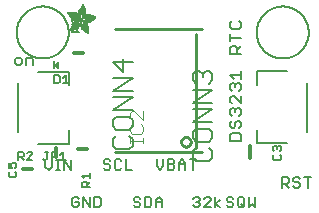
<source format=gbr>
G04 EAGLE Gerber RS-274X export*
G75*
%MOMM*%
%FSLAX34Y34*%
%LPD*%
%INSilkscreen Top*%
%IPPOS*%
%AMOC8*
5,1,8,0,0,1.08239X$1,22.5*%
G01*
%ADD10C,0.152400*%
%ADD11C,0.177800*%
%ADD12C,0.127000*%
%ADD13C,0.304800*%
%ADD14C,0.200000*%
%ADD15R,0.127000X0.762000*%
%ADD16C,0.254000*%
%ADD17C,0.101600*%
%ADD18R,0.034300X0.003800*%
%ADD19R,0.057200X0.003800*%
%ADD20R,0.076200X0.003800*%
%ADD21R,0.091400X0.003800*%
%ADD22R,0.102900X0.003800*%
%ADD23R,0.114300X0.003900*%
%ADD24R,0.129500X0.003800*%
%ADD25R,0.137200X0.003800*%
%ADD26R,0.144800X0.003800*%
%ADD27R,0.152400X0.003800*%
%ADD28R,0.160000X0.003800*%
%ADD29R,0.171500X0.003800*%
%ADD30R,0.175300X0.003800*%
%ADD31R,0.182900X0.003800*%
%ADD32R,0.190500X0.003800*%
%ADD33R,0.194300X0.003900*%
%ADD34R,0.201900X0.003800*%
%ADD35R,0.209500X0.003800*%
%ADD36R,0.213400X0.003800*%
%ADD37R,0.221000X0.003800*%
%ADD38R,0.224800X0.003800*%
%ADD39R,0.232400X0.003800*%
%ADD40R,0.240000X0.003800*%
%ADD41R,0.243800X0.003800*%
%ADD42R,0.247600X0.003800*%
%ADD43R,0.255300X0.003900*%
%ADD44R,0.259100X0.003800*%
%ADD45R,0.262900X0.003800*%
%ADD46R,0.270500X0.003800*%
%ADD47R,0.274300X0.003800*%
%ADD48R,0.281900X0.003800*%
%ADD49R,0.285700X0.003800*%
%ADD50R,0.289500X0.003800*%
%ADD51R,0.297200X0.003800*%
%ADD52R,0.301000X0.003800*%
%ADD53R,0.304800X0.003900*%
%ADD54R,0.312400X0.003800*%
%ADD55R,0.316200X0.003800*%
%ADD56R,0.320000X0.003800*%
%ADD57R,0.327600X0.003800*%
%ADD58R,0.331500X0.003800*%
%ADD59R,0.339100X0.003800*%
%ADD60R,0.342900X0.003800*%
%ADD61R,0.346700X0.003800*%
%ADD62R,0.354300X0.003800*%
%ADD63R,0.358100X0.003900*%
%ADD64R,0.361900X0.003800*%
%ADD65R,0.369600X0.003800*%
%ADD66R,0.373400X0.003800*%
%ADD67R,0.377200X0.003800*%
%ADD68R,0.384800X0.003800*%
%ADD69R,0.388600X0.003800*%
%ADD70R,0.396200X0.003800*%
%ADD71R,0.400000X0.003800*%
%ADD72R,0.403800X0.003800*%
%ADD73R,0.411500X0.003900*%
%ADD74R,0.415300X0.003800*%
%ADD75R,0.419100X0.003800*%
%ADD76R,0.045700X0.003800*%
%ADD77R,0.426700X0.003800*%
%ADD78R,0.072400X0.003800*%
%ADD79R,0.430500X0.003800*%
%ADD80R,0.095300X0.003800*%
%ADD81R,0.438100X0.003800*%
%ADD82R,0.110500X0.003800*%
%ADD83R,0.441900X0.003800*%
%ADD84R,0.445800X0.003800*%
%ADD85R,0.144700X0.003800*%
%ADD86R,0.453400X0.003800*%
%ADD87R,0.457200X0.003800*%
%ADD88R,0.175300X0.003900*%
%ADD89R,0.461000X0.003900*%
%ADD90R,0.468600X0.003800*%
%ADD91R,0.205800X0.003800*%
%ADD92R,0.472400X0.003800*%
%ADD93R,0.217200X0.003800*%
%ADD94R,0.476200X0.003800*%
%ADD95R,0.483900X0.003800*%
%ADD96R,0.247700X0.003800*%
%ADD97R,0.487700X0.003800*%
%ADD98R,0.495300X0.003800*%
%ADD99R,0.499100X0.003800*%
%ADD100R,0.502900X0.003800*%
%ADD101R,0.510500X0.003800*%
%ADD102R,0.308600X0.003900*%
%ADD103R,0.514300X0.003900*%
%ADD104R,0.323800X0.003800*%
%ADD105R,0.518100X0.003800*%
%ADD106R,0.335300X0.003800*%
%ADD107R,0.525800X0.003800*%
%ADD108R,0.529600X0.003800*%
%ADD109R,0.358100X0.003800*%
%ADD110R,0.533400X0.003800*%
%ADD111R,0.537200X0.003800*%
%ADD112R,0.381000X0.003800*%
%ADD113R,0.544800X0.003800*%
%ADD114R,0.392400X0.003800*%
%ADD115R,0.548600X0.003800*%
%ADD116R,0.552400X0.003800*%
%ADD117R,0.556200X0.003800*%
%ADD118R,0.422900X0.003900*%
%ADD119R,0.560100X0.003900*%
%ADD120R,0.434300X0.003800*%
%ADD121R,0.563900X0.003800*%
%ADD122R,0.567700X0.003800*%
%ADD123R,0.461000X0.003800*%
%ADD124R,0.571500X0.003800*%
%ADD125R,0.575300X0.003800*%
%ADD126R,0.480100X0.003800*%
%ADD127R,0.579100X0.003800*%
%ADD128R,0.491500X0.003800*%
%ADD129R,0.582900X0.003800*%
%ADD130R,0.586700X0.003800*%
%ADD131R,0.510600X0.003800*%
%ADD132R,0.590500X0.003800*%
%ADD133R,0.522000X0.003800*%
%ADD134R,0.594300X0.003800*%
%ADD135R,0.533400X0.003900*%
%ADD136R,0.598200X0.003900*%
%ADD137R,0.541000X0.003800*%
%ADD138R,0.602000X0.003800*%
%ADD139R,0.552500X0.003800*%
%ADD140R,0.605800X0.003800*%
%ADD141R,0.560100X0.003800*%
%ADD142R,0.609600X0.003800*%
%ADD143R,0.613400X0.003800*%
%ADD144R,0.583000X0.003800*%
%ADD145R,0.617200X0.003800*%
%ADD146R,0.594400X0.003800*%
%ADD147R,0.621000X0.003800*%
%ADD148R,0.598200X0.003800*%
%ADD149R,0.624800X0.003800*%
%ADD150R,0.613500X0.003900*%
%ADD151R,0.628600X0.003900*%
%ADD152R,0.632400X0.003800*%
%ADD153R,0.628600X0.003800*%
%ADD154R,0.636300X0.003800*%
%ADD155R,0.640100X0.003800*%
%ADD156R,0.636200X0.003800*%
%ADD157R,0.643900X0.003800*%
%ADD158R,0.647700X0.003800*%
%ADD159R,0.651500X0.003800*%
%ADD160R,0.659100X0.003800*%
%ADD161R,0.659100X0.003900*%
%ADD162R,0.655300X0.003900*%
%ADD163R,0.662900X0.003800*%
%ADD164R,0.655300X0.003800*%
%ADD165R,0.670500X0.003800*%
%ADD166R,0.670600X0.003800*%
%ADD167R,0.674400X0.003800*%
%ADD168R,0.682000X0.003800*%
%ADD169R,0.666700X0.003800*%
%ADD170R,0.685800X0.003800*%
%ADD171R,0.689600X0.003800*%
%ADD172R,0.693400X0.003900*%
%ADD173R,0.674400X0.003900*%
%ADD174R,0.697200X0.003800*%
%ADD175R,0.678200X0.003800*%
%ADD176R,0.697300X0.003800*%
%ADD177R,0.701100X0.003800*%
%ADD178R,0.704900X0.003800*%
%ADD179R,0.708700X0.003800*%
%ADD180R,0.712500X0.003800*%
%ADD181R,0.716300X0.003800*%
%ADD182R,0.720100X0.003900*%
%ADD183R,0.689600X0.003900*%
%ADD184R,0.720000X0.003800*%
%ADD185R,0.693400X0.003800*%
%ADD186R,0.723900X0.003800*%
%ADD187R,0.727700X0.003800*%
%ADD188R,0.731500X0.003800*%
%ADD189R,0.701000X0.003800*%
%ADD190R,0.735300X0.003800*%
%ADD191R,0.731500X0.003900*%
%ADD192R,0.701000X0.003900*%
%ADD193R,0.704800X0.003800*%
%ADD194R,0.739100X0.003800*%
%ADD195R,0.743000X0.003800*%
%ADD196R,0.739200X0.003800*%
%ADD197R,0.743000X0.003900*%
%ADD198R,0.704800X0.003900*%
%ADD199R,0.746800X0.003800*%
%ADD200R,0.746800X0.003900*%
%ADD201R,0.742900X0.003800*%
%ADD202R,0.746700X0.003800*%
%ADD203R,0.746700X0.003900*%
%ADD204R,1.428800X0.003800*%
%ADD205R,1.424900X0.003800*%
%ADD206R,1.421100X0.003900*%
%ADD207R,1.421100X0.003800*%
%ADD208R,1.417300X0.003800*%
%ADD209R,1.413500X0.003800*%
%ADD210R,1.409700X0.003800*%
%ADD211R,1.405900X0.003800*%
%ADD212R,1.402100X0.003800*%
%ADD213R,1.398300X0.003800*%
%ADD214R,0.983000X0.003900*%
%ADD215R,0.384800X0.003900*%
%ADD216R,0.971600X0.003800*%
%ADD217R,0.963900X0.003800*%
%ADD218R,0.956300X0.003800*%
%ADD219R,0.365800X0.003800*%
%ADD220R,0.952500X0.003800*%
%ADD221R,0.941000X0.003800*%
%ADD222R,0.358200X0.003800*%
%ADD223R,0.937200X0.003800*%
%ADD224R,0.933400X0.003800*%
%ADD225R,0.354400X0.003800*%
%ADD226R,0.925800X0.003800*%
%ADD227R,0.350500X0.003800*%
%ADD228R,0.922000X0.003800*%
%ADD229R,0.918200X0.003900*%
%ADD230R,0.346700X0.003900*%
%ADD231R,0.910600X0.003800*%
%ADD232R,0.906800X0.003800*%
%ADD233R,0.903000X0.003800*%
%ADD234R,0.339000X0.003800*%
%ADD235R,0.895300X0.003800*%
%ADD236R,0.335200X0.003800*%
%ADD237R,0.887700X0.003800*%
%ADD238R,0.883900X0.003800*%
%ADD239R,0.331400X0.003800*%
%ADD240R,0.880100X0.003800*%
%ADD241R,0.876300X0.003800*%
%ADD242R,0.468600X0.003900*%
%ADD243R,0.396200X0.003900*%
%ADD244R,0.323800X0.003900*%
%ADD245R,0.449600X0.003800*%
%ADD246R,0.323900X0.003800*%
%ADD247R,0.442000X0.003800*%
%ADD248R,0.434400X0.003800*%
%ADD249R,0.320100X0.003800*%
%ADD250R,0.316300X0.003800*%
%ADD251R,0.426800X0.003800*%
%ADD252R,0.327700X0.003800*%
%ADD253R,0.312500X0.003800*%
%ADD254R,0.422900X0.003800*%
%ADD255R,0.308600X0.003800*%
%ADD256R,0.293400X0.003800*%
%ADD257R,0.304800X0.003800*%
%ADD258R,0.419100X0.003900*%
%ADD259R,0.285700X0.003900*%
%ADD260R,0.301000X0.003900*%
%ADD261R,0.411500X0.003800*%
%ADD262R,0.407700X0.003800*%
%ADD263R,0.289600X0.003800*%
%ADD264R,0.285800X0.003800*%
%ADD265R,0.403900X0.003800*%
%ADD266R,0.228600X0.003800*%
%ADD267R,0.403900X0.003900*%
%ADD268R,0.221000X0.003900*%
%ADD269R,0.278100X0.003900*%
%ADD270R,0.400100X0.003800*%
%ADD271R,0.209600X0.003800*%
%ADD272R,0.266700X0.003800*%
%ADD273R,0.038100X0.003800*%
%ADD274R,0.194300X0.003800*%
%ADD275R,0.148600X0.003800*%
%ADD276R,0.259000X0.003800*%
%ADD277R,0.182800X0.003800*%
%ADD278R,0.186700X0.003800*%
%ADD279R,0.251400X0.003800*%
%ADD280R,0.179100X0.003800*%
%ADD281R,0.236200X0.003800*%
%ADD282R,0.243900X0.003900*%
%ADD283R,0.282000X0.003900*%
%ADD284R,0.167700X0.003800*%
%ADD285R,0.236300X0.003800*%
%ADD286R,0.396300X0.003800*%
%ADD287R,0.163900X0.003800*%
%ADD288R,0.392500X0.003800*%
%ADD289R,0.160100X0.003800*%
%ADD290R,0.586800X0.003800*%
%ADD291R,0.148500X0.003800*%
%ADD292R,0.140900X0.003800*%
%ADD293R,0.392400X0.003900*%
%ADD294R,0.140900X0.003900*%
%ADD295R,0.647700X0.003900*%
%ADD296R,0.133300X0.003800*%
%ADD297R,0.674300X0.003800*%
%ADD298R,0.388700X0.003800*%
%ADD299R,0.125700X0.003800*%
%ADD300R,0.121900X0.003800*%
%ADD301R,0.720100X0.003800*%
%ADD302R,0.118100X0.003800*%
%ADD303R,0.118100X0.003900*%
%ADD304R,0.739100X0.003900*%
%ADD305R,0.114300X0.003800*%
%ADD306R,0.754400X0.003800*%
%ADD307R,0.765800X0.003800*%
%ADD308R,0.773400X0.003800*%
%ADD309R,0.784800X0.003800*%
%ADD310R,0.118200X0.003800*%
%ADD311R,0.792500X0.003800*%
%ADD312R,0.803900X0.003800*%
%ADD313R,0.122000X0.003800*%
%ADD314R,0.815400X0.003800*%
%ADD315R,0.125800X0.003800*%
%ADD316R,0.826800X0.003800*%
%ADD317R,0.369500X0.003900*%
%ADD318R,0.133400X0.003900*%
%ADD319R,0.842000X0.003900*%
%ADD320R,0.365700X0.003800*%
%ADD321R,1.009700X0.003800*%
%ADD322R,1.013500X0.003800*%
%ADD323R,0.362000X0.003800*%
%ADD324R,1.024900X0.003800*%
%ADD325R,1.028700X0.003800*%
%ADD326R,1.036300X0.003800*%
%ADD327R,1.047800X0.003800*%
%ADD328R,1.055400X0.003800*%
%ADD329R,1.070600X0.003800*%
%ADD330R,0.030500X0.003800*%
%ADD331R,1.436400X0.003800*%
%ADD332R,1.562100X0.003900*%
%ADD333R,1.588700X0.003800*%
%ADD334R,1.607800X0.003800*%
%ADD335R,1.626900X0.003800*%
%ADD336R,1.642100X0.003800*%
%ADD337R,1.657400X0.003800*%
%ADD338R,1.676400X0.003800*%
%ADD339R,1.687800X0.003800*%
%ADD340R,1.703000X0.003800*%
%ADD341R,1.714500X0.003800*%
%ADD342R,1.726000X0.003900*%
%ADD343R,1.741200X0.003800*%
%ADD344R,0.914400X0.003800*%
%ADD345R,0.769600X0.003800*%
%ADD346R,0.884000X0.003800*%
%ADD347R,0.712400X0.003800*%
%ADD348R,0.880100X0.003900*%
%ADD349R,0.887800X0.003800*%
%ADD350R,0.891600X0.003800*%
%ADD351R,0.895400X0.003800*%
%ADD352R,0.251500X0.003800*%
%ADD353R,0.579200X0.003900*%
%ADD354R,0.243900X0.003800*%
%ADD355R,0.556300X0.003800*%
%ADD356R,0.255200X0.003800*%
%ADD357R,0.529500X0.003800*%
%ADD358R,0.731600X0.003800*%
%ADD359R,0.525800X0.003900*%
%ADD360R,0.281900X0.003900*%
%ADD361R,0.735400X0.003900*%
%ADD362R,0.300900X0.003800*%
%ADD363R,0.762000X0.003800*%
%ADD364R,0.518200X0.003800*%
%ADD365R,0.350600X0.003800*%
%ADD366R,0.796300X0.003800*%
%ADD367R,0.807800X0.003800*%
%ADD368R,0.506700X0.003800*%
%ADD369R,0.849600X0.003800*%
%ADD370R,0.506700X0.003900*%
%ADD371R,1.371600X0.003900*%
%ADD372R,1.207800X0.003800*%
%ADD373R,0.503000X0.003800*%
%ADD374R,0.141000X0.003800*%
%ADD375R,1.203900X0.003800*%
%ADD376R,1.204000X0.003800*%
%ADD377R,1.200200X0.003800*%
%ADD378R,0.499100X0.003900*%
%ADD379R,0.156200X0.003900*%
%ADD380R,1.196400X0.003900*%
%ADD381R,1.196400X0.003800*%
%ADD382R,0.163800X0.003800*%
%ADD383R,0.167600X0.003800*%
%ADD384R,1.192500X0.003800*%
%ADD385R,0.499200X0.003800*%
%ADD386R,1.188700X0.003800*%
%ADD387R,0.506800X0.003800*%
%ADD388R,1.184900X0.003800*%
%ADD389R,0.510600X0.003900*%
%ADD390R,0.209600X0.003900*%
%ADD391R,1.181100X0.003900*%
%ADD392R,0.514400X0.003800*%
%ADD393R,1.181100X0.003800*%
%ADD394R,1.177300X0.003800*%
%ADD395R,0.240100X0.003800*%
%ADD396R,1.173500X0.003800*%
%ADD397R,1.169700X0.003800*%
%ADD398R,1.165900X0.003800*%
%ADD399R,1.162100X0.003800*%
%ADD400R,0.929700X0.003900*%
%ADD401R,1.162100X0.003900*%
%ADD402R,0.929700X0.003800*%
%ADD403R,1.154500X0.003800*%
%ADD404R,0.933500X0.003800*%
%ADD405R,1.150600X0.003800*%
%ADD406R,0.937300X0.003800*%
%ADD407R,1.146800X0.003800*%
%ADD408R,0.941100X0.003800*%
%ADD409R,1.139200X0.003800*%
%ADD410R,0.944900X0.003800*%
%ADD411R,1.135400X0.003800*%
%ADD412R,0.948700X0.003800*%
%ADD413R,1.127800X0.003800*%
%ADD414R,1.124000X0.003800*%
%ADD415R,1.116400X0.003800*%
%ADD416R,0.956300X0.003900*%
%ADD417R,1.104900X0.003900*%
%ADD418R,0.960100X0.003800*%
%ADD419R,1.093500X0.003800*%
%ADD420R,1.085900X0.003800*%
%ADD421R,0.967800X0.003800*%
%ADD422R,1.074500X0.003800*%
%ADD423R,1.063000X0.003800*%
%ADD424R,0.975400X0.003800*%
%ADD425R,1.036400X0.003800*%
%ADD426R,0.979200X0.003800*%
%ADD427R,1.021000X0.003800*%
%ADD428R,0.983000X0.003800*%
%ADD429R,1.009600X0.003800*%
%ADD430R,0.986800X0.003800*%
%ADD431R,0.998200X0.003800*%
%ADD432R,0.990600X0.003900*%
%ADD433R,0.986700X0.003900*%
%ADD434R,0.994400X0.003800*%
%ADD435R,0.975300X0.003800*%
%ADD436R,0.948600X0.003800*%
%ADD437R,1.002000X0.003800*%
%ADD438R,0.213300X0.003800*%
%ADD439R,0.217100X0.003800*%
%ADD440R,1.017300X0.003800*%
%ADD441R,0.666800X0.003800*%
%ADD442R,0.220900X0.003800*%
%ADD443R,1.028700X0.003900*%
%ADD444R,0.224700X0.003900*%
%ADD445R,1.032500X0.003800*%
%ADD446R,1.040100X0.003800*%
%ADD447R,1.043900X0.003800*%
%ADD448R,0.548700X0.003800*%
%ADD449R,1.051500X0.003800*%
%ADD450R,1.055300X0.003800*%
%ADD451R,1.059100X0.003800*%
%ADD452R,1.062900X0.003800*%
%ADD453R,0.255300X0.003800*%
%ADD454R,1.066800X0.003900*%
%ADD455R,0.259100X0.003900*%
%ADD456R,0.457200X0.003900*%
%ADD457R,0.423000X0.003800*%
%ADD458R,1.082100X0.003800*%
%ADD459R,0.274400X0.003800*%
%ADD460R,0.278200X0.003800*%
%ADD461R,1.101100X0.003800*%
%ADD462R,0.278100X0.003800*%
%ADD463R,0.876300X0.003900*%
%ADD464R,0.236200X0.003900*%
%ADD465R,0.289600X0.003900*%
%ADD466R,0.247700X0.003900*%
%ADD467R,0.049500X0.003800*%
%ADD468R,0.640100X0.003900*%
%ADD469R,0.659200X0.003800*%
%ADD470R,0.663000X0.003800*%
%ADD471R,0.872500X0.003900*%
%ADD472R,0.666800X0.003900*%
%ADD473R,0.872500X0.003800*%
%ADD474R,0.868700X0.003800*%
%ADD475R,0.864900X0.003800*%
%ADD476R,0.861100X0.003800*%
%ADD477R,0.857300X0.003800*%
%ADD478R,0.853400X0.003800*%
%ADD479R,0.845800X0.003800*%
%ADD480R,0.682000X0.003900*%
%ADD481R,0.842000X0.003800*%
%ADD482R,0.834400X0.003800*%
%ADD483R,0.823000X0.003800*%
%ADD484R,0.815300X0.003800*%
%ADD485R,0.811500X0.003800*%
%ADD486R,0.788700X0.003800*%
%ADD487R,0.777300X0.003900*%
%ADD488R,0.750600X0.003800*%
%ADD489R,0.735400X0.003800*%
%ADD490R,0.727800X0.003800*%
%ADD491R,0.628700X0.003800*%
%ADD492R,0.575400X0.003800*%
%ADD493R,0.670600X0.003900*%
%ADD494R,0.655400X0.003800*%
%ADD495R,0.651500X0.003900*%
%ADD496R,0.624800X0.003900*%
%ADD497R,0.594400X0.003900*%
%ADD498R,0.563900X0.003900*%
%ADD499R,0.541100X0.003800*%
%ADD500R,0.537300X0.003800*%
%ADD501R,0.525700X0.003800*%
%ADD502R,0.525700X0.003900*%
%ADD503R,0.514300X0.003800*%
%ADD504R,0.480100X0.003900*%
%ADD505R,0.464800X0.003800*%
%ADD506R,0.442000X0.003900*%
%ADD507R,0.438200X0.003800*%
%ADD508R,0.430600X0.003800*%
%ADD509R,0.407600X0.003800*%
%ADD510R,0.403800X0.003900*%
%ADD511R,0.365700X0.003900*%
%ADD512R,0.327700X0.003900*%
%ADD513R,0.243800X0.003900*%
%ADD514R,0.205800X0.003900*%
%ADD515R,0.198100X0.003800*%
%ADD516R,0.163800X0.003900*%
%ADD517R,0.137100X0.003800*%
%ADD518R,0.091500X0.003900*%
%ADD519R,0.060900X0.003800*%

G36*
X38618Y121163D02*
X38618Y121163D01*
X38647Y121160D01*
X38739Y121180D01*
X38832Y121193D01*
X38859Y121206D01*
X38888Y121212D01*
X38968Y121260D01*
X39052Y121302D01*
X39073Y121323D01*
X39099Y121338D01*
X39160Y121410D01*
X39226Y121476D01*
X39239Y121502D01*
X39259Y121525D01*
X39294Y121612D01*
X39336Y121696D01*
X39340Y121726D01*
X39351Y121753D01*
X39369Y121920D01*
X39369Y127000D01*
X39364Y127029D01*
X39367Y127059D01*
X39345Y127150D01*
X39330Y127243D01*
X39316Y127269D01*
X39309Y127298D01*
X39258Y127377D01*
X39214Y127460D01*
X39193Y127481D01*
X39177Y127506D01*
X39104Y127565D01*
X39036Y127630D01*
X39009Y127642D01*
X38986Y127661D01*
X38898Y127694D01*
X38813Y127733D01*
X38783Y127736D01*
X38756Y127747D01*
X38662Y127750D01*
X38569Y127760D01*
X38539Y127754D01*
X38510Y127755D01*
X38420Y127728D01*
X38328Y127708D01*
X38303Y127693D01*
X38274Y127684D01*
X38132Y127594D01*
X34957Y125054D01*
X34888Y124977D01*
X34815Y124904D01*
X34806Y124887D01*
X34793Y124872D01*
X34751Y124776D01*
X34705Y124684D01*
X34703Y124664D01*
X34695Y124646D01*
X34686Y124543D01*
X34672Y124440D01*
X34676Y124421D01*
X34674Y124401D01*
X34699Y124300D01*
X34718Y124198D01*
X34728Y124181D01*
X34732Y124162D01*
X34788Y124075D01*
X34839Y123984D01*
X34856Y123967D01*
X34864Y123954D01*
X34889Y123934D01*
X34957Y123866D01*
X38132Y121326D01*
X38158Y121311D01*
X38180Y121291D01*
X38265Y121251D01*
X38347Y121205D01*
X38376Y121199D01*
X38403Y121187D01*
X38496Y121177D01*
X38588Y121159D01*
X38618Y121163D01*
G37*
D10*
X27658Y44330D02*
X27658Y38568D01*
X30540Y35687D01*
X33421Y38568D01*
X33421Y44330D01*
X37014Y35687D02*
X39895Y35687D01*
X38454Y35687D02*
X38454Y44330D01*
X37014Y44330D02*
X39895Y44330D01*
X43250Y44330D02*
X43250Y35687D01*
X49013Y35687D02*
X43250Y44330D01*
X49013Y44330D02*
X49013Y35687D01*
X54551Y13215D02*
X55991Y11775D01*
X54551Y13215D02*
X51670Y13215D01*
X50229Y11775D01*
X50229Y6013D01*
X51670Y4572D01*
X54551Y4572D01*
X55991Y6013D01*
X55991Y8894D01*
X53110Y8894D01*
X59584Y13215D02*
X59584Y4572D01*
X65347Y4572D02*
X59584Y13215D01*
X65347Y13215D02*
X65347Y4572D01*
X68940Y4572D02*
X68940Y13215D01*
X68940Y4572D02*
X73261Y4572D01*
X74702Y6013D01*
X74702Y11775D01*
X73261Y13215D01*
X68940Y13215D01*
X82661Y43525D02*
X81221Y44965D01*
X78340Y44965D01*
X76899Y43525D01*
X76899Y42084D01*
X78340Y40644D01*
X81221Y40644D01*
X82661Y39203D01*
X82661Y37763D01*
X81221Y36322D01*
X78340Y36322D01*
X76899Y37763D01*
X90576Y44965D02*
X92017Y43525D01*
X90576Y44965D02*
X87695Y44965D01*
X86254Y43525D01*
X86254Y37763D01*
X87695Y36322D01*
X90576Y36322D01*
X92017Y37763D01*
X95610Y36322D02*
X95610Y44965D01*
X95610Y36322D02*
X101372Y36322D01*
X106621Y13215D02*
X108061Y11775D01*
X106621Y13215D02*
X103740Y13215D01*
X102299Y11775D01*
X102299Y10334D01*
X103740Y8894D01*
X106621Y8894D01*
X108061Y7453D01*
X108061Y6013D01*
X106621Y4572D01*
X103740Y4572D01*
X102299Y6013D01*
X111654Y4572D02*
X111654Y13215D01*
X111654Y4572D02*
X115976Y4572D01*
X117417Y6013D01*
X117417Y11775D01*
X115976Y13215D01*
X111654Y13215D01*
X121010Y10334D02*
X121010Y4572D01*
X121010Y10334D02*
X123891Y13215D01*
X126772Y10334D01*
X126772Y4572D01*
X126772Y8894D02*
X121010Y8894D01*
X185361Y13215D02*
X186801Y11775D01*
X185361Y13215D02*
X182480Y13215D01*
X181039Y11775D01*
X181039Y10334D01*
X182480Y8894D01*
X185361Y8894D01*
X186801Y7453D01*
X186801Y6013D01*
X185361Y4572D01*
X182480Y4572D01*
X181039Y6013D01*
X190394Y6013D02*
X190394Y11775D01*
X191835Y13215D01*
X194716Y13215D01*
X196157Y11775D01*
X196157Y6013D01*
X194716Y4572D01*
X191835Y4572D01*
X190394Y6013D01*
X193276Y7453D02*
X196157Y4572D01*
X199750Y4572D02*
X199750Y13215D01*
X202631Y7453D02*
X199750Y4572D01*
X202631Y7453D02*
X205512Y4572D01*
X205512Y13215D01*
D11*
X193421Y60661D02*
X183761Y60661D01*
X193421Y60661D02*
X193421Y65491D01*
X191811Y67101D01*
X185371Y67101D01*
X183761Y65491D01*
X183761Y60661D01*
X183761Y76016D02*
X185371Y77626D01*
X183761Y76016D02*
X183761Y72796D01*
X185371Y71186D01*
X186981Y71186D01*
X188591Y72796D01*
X188591Y76016D01*
X190201Y77626D01*
X191811Y77626D01*
X193421Y76016D01*
X193421Y72796D01*
X191811Y71186D01*
X185371Y81710D02*
X183761Y83320D01*
X183761Y86540D01*
X185371Y88150D01*
X186981Y88150D01*
X188591Y86540D01*
X188591Y84930D01*
X188591Y86540D02*
X190201Y88150D01*
X191811Y88150D01*
X193421Y86540D01*
X193421Y83320D01*
X191811Y81710D01*
X193421Y92235D02*
X193421Y98675D01*
X193421Y92235D02*
X186981Y98675D01*
X185371Y98675D01*
X183761Y97065D01*
X183761Y93845D01*
X185371Y92235D01*
X185371Y102759D02*
X183761Y104369D01*
X183761Y107590D01*
X185371Y109200D01*
X186981Y109200D01*
X188591Y107590D01*
X188591Y105979D01*
X188591Y107590D02*
X190201Y109200D01*
X191811Y109200D01*
X193421Y107590D01*
X193421Y104369D01*
X191811Y102759D01*
X186981Y113284D02*
X183761Y116504D01*
X193421Y116504D01*
X193421Y113284D02*
X193421Y119724D01*
X193421Y134333D02*
X183761Y134333D01*
X183761Y139163D01*
X185371Y140773D01*
X188591Y140773D01*
X190201Y139163D01*
X190201Y134333D01*
X190201Y137553D02*
X193421Y140773D01*
X193421Y148078D02*
X183761Y148078D01*
X183761Y144858D02*
X183761Y151298D01*
X183761Y160213D02*
X185371Y161823D01*
X183761Y160213D02*
X183761Y156992D01*
X185371Y155382D01*
X191811Y155382D01*
X193421Y156992D01*
X193421Y160213D01*
X191811Y161823D01*
D12*
X6354Y125095D02*
X3388Y125095D01*
X6354Y125095D02*
X7837Y126578D01*
X7837Y129544D01*
X6354Y131027D01*
X3388Y131027D01*
X1905Y129544D01*
X1905Y126578D01*
X3388Y125095D01*
X11260Y125095D02*
X11260Y131027D01*
X15709Y131027D01*
X17192Y129544D01*
X17192Y125095D01*
D10*
X121752Y44965D02*
X121752Y39203D01*
X124633Y36322D01*
X127514Y39203D01*
X127514Y44965D01*
X131107Y44965D02*
X131107Y36322D01*
X131107Y44965D02*
X135429Y44965D01*
X136869Y43525D01*
X136869Y42084D01*
X135429Y40644D01*
X136869Y39203D01*
X136869Y37763D01*
X135429Y36322D01*
X131107Y36322D01*
X131107Y40644D02*
X135429Y40644D01*
X140462Y42084D02*
X140462Y36322D01*
X140462Y42084D02*
X143343Y44965D01*
X146224Y42084D01*
X146224Y36322D01*
X146224Y40644D02*
X140462Y40644D01*
X152698Y36322D02*
X152698Y44965D01*
X149817Y44965D02*
X155579Y44965D01*
X154049Y13215D02*
X152609Y11775D01*
X154049Y13215D02*
X156931Y13215D01*
X158371Y11775D01*
X158371Y10334D01*
X156931Y8894D01*
X155490Y8894D01*
X156931Y8894D02*
X158371Y7453D01*
X158371Y6013D01*
X156931Y4572D01*
X154049Y4572D01*
X152609Y6013D01*
X161964Y4572D02*
X167726Y4572D01*
X161964Y4572D02*
X167726Y10334D01*
X167726Y11775D01*
X166286Y13215D01*
X163405Y13215D01*
X161964Y11775D01*
X171319Y13215D02*
X171319Y4572D01*
X171319Y7453D02*
X175641Y4572D01*
X171319Y7453D02*
X175641Y10334D01*
X228029Y21082D02*
X228029Y29725D01*
X232351Y29725D01*
X233791Y28285D01*
X233791Y25404D01*
X232351Y23963D01*
X228029Y23963D01*
X230910Y23963D02*
X233791Y21082D01*
X241706Y29725D02*
X243147Y28285D01*
X241706Y29725D02*
X238825Y29725D01*
X237384Y28285D01*
X237384Y26844D01*
X238825Y25404D01*
X241706Y25404D01*
X243147Y23963D01*
X243147Y22523D01*
X241706Y21082D01*
X238825Y21082D01*
X237384Y22523D01*
X249621Y21082D02*
X249621Y29725D01*
X246740Y29725D02*
X252502Y29725D01*
D13*
X200660Y45720D02*
X200660Y55880D01*
D10*
X220466Y47519D02*
X221568Y48620D01*
X220466Y47519D02*
X220466Y45315D01*
X221568Y44214D01*
X225974Y44214D01*
X227076Y45315D01*
X227076Y47519D01*
X225974Y48620D01*
X221568Y51698D02*
X220466Y52799D01*
X220466Y55003D01*
X221568Y56104D01*
X222670Y56104D01*
X223771Y55003D01*
X223771Y53901D01*
X223771Y55003D02*
X224873Y56104D01*
X225974Y56104D01*
X227076Y55003D01*
X227076Y52799D01*
X225974Y51698D01*
D13*
X16700Y36830D02*
X8700Y36830D01*
D10*
X-2460Y34378D02*
X-3562Y33277D01*
X-3562Y31074D01*
X-2460Y29972D01*
X1946Y29972D01*
X3048Y31074D01*
X3048Y33277D01*
X1946Y34378D01*
X-3562Y37456D02*
X-3562Y41863D01*
X-3562Y37456D02*
X-257Y37456D01*
X-1358Y39659D01*
X-1358Y40761D01*
X-257Y41863D01*
X1946Y41863D01*
X3048Y40761D01*
X3048Y38558D01*
X1946Y37456D01*
D14*
X3400Y152400D02*
X3407Y152940D01*
X3426Y153479D01*
X3460Y154018D01*
X3506Y154556D01*
X3565Y155093D01*
X3638Y155628D01*
X3724Y156161D01*
X3823Y156692D01*
X3935Y157220D01*
X4059Y157746D01*
X4197Y158268D01*
X4347Y158786D01*
X4510Y159301D01*
X4686Y159812D01*
X4874Y160318D01*
X5075Y160819D01*
X5287Y161315D01*
X5512Y161806D01*
X5749Y162291D01*
X5998Y162771D01*
X6258Y163244D01*
X6530Y163710D01*
X6813Y164170D01*
X7108Y164623D01*
X7413Y165068D01*
X7729Y165505D01*
X8056Y165935D01*
X8394Y166357D01*
X8741Y166770D01*
X9099Y167174D01*
X9467Y167570D01*
X9844Y167956D01*
X10230Y168333D01*
X10626Y168701D01*
X11030Y169059D01*
X11443Y169406D01*
X11865Y169744D01*
X12295Y170071D01*
X12732Y170387D01*
X13177Y170692D01*
X13630Y170987D01*
X14090Y171270D01*
X14556Y171542D01*
X15029Y171802D01*
X15509Y172051D01*
X15994Y172288D01*
X16485Y172513D01*
X16981Y172725D01*
X17482Y172926D01*
X17988Y173114D01*
X18499Y173290D01*
X19014Y173453D01*
X19532Y173603D01*
X20054Y173741D01*
X20580Y173865D01*
X21108Y173977D01*
X21639Y174076D01*
X22172Y174162D01*
X22707Y174235D01*
X23244Y174294D01*
X23782Y174340D01*
X24321Y174374D01*
X24860Y174393D01*
X25400Y174400D01*
X25940Y174393D01*
X26479Y174374D01*
X27018Y174340D01*
X27556Y174294D01*
X28093Y174235D01*
X28628Y174162D01*
X29161Y174076D01*
X29692Y173977D01*
X30220Y173865D01*
X30746Y173741D01*
X31268Y173603D01*
X31786Y173453D01*
X32301Y173290D01*
X32812Y173114D01*
X33318Y172926D01*
X33819Y172725D01*
X34315Y172513D01*
X34806Y172288D01*
X35291Y172051D01*
X35771Y171802D01*
X36244Y171542D01*
X36710Y171270D01*
X37170Y170987D01*
X37623Y170692D01*
X38068Y170387D01*
X38505Y170071D01*
X38935Y169744D01*
X39357Y169406D01*
X39770Y169059D01*
X40174Y168701D01*
X40570Y168333D01*
X40956Y167956D01*
X41333Y167570D01*
X41701Y167174D01*
X42059Y166770D01*
X42406Y166357D01*
X42744Y165935D01*
X43071Y165505D01*
X43387Y165068D01*
X43692Y164623D01*
X43987Y164170D01*
X44270Y163710D01*
X44542Y163244D01*
X44802Y162771D01*
X45051Y162291D01*
X45288Y161806D01*
X45513Y161315D01*
X45725Y160819D01*
X45926Y160318D01*
X46114Y159812D01*
X46290Y159301D01*
X46453Y158786D01*
X46603Y158268D01*
X46741Y157746D01*
X46865Y157220D01*
X46977Y156692D01*
X47076Y156161D01*
X47162Y155628D01*
X47235Y155093D01*
X47294Y154556D01*
X47340Y154018D01*
X47374Y153479D01*
X47393Y152940D01*
X47400Y152400D01*
X47393Y151860D01*
X47374Y151321D01*
X47340Y150782D01*
X47294Y150244D01*
X47235Y149707D01*
X47162Y149172D01*
X47076Y148639D01*
X46977Y148108D01*
X46865Y147580D01*
X46741Y147054D01*
X46603Y146532D01*
X46453Y146014D01*
X46290Y145499D01*
X46114Y144988D01*
X45926Y144482D01*
X45725Y143981D01*
X45513Y143485D01*
X45288Y142994D01*
X45051Y142509D01*
X44802Y142029D01*
X44542Y141556D01*
X44270Y141090D01*
X43987Y140630D01*
X43692Y140177D01*
X43387Y139732D01*
X43071Y139295D01*
X42744Y138865D01*
X42406Y138443D01*
X42059Y138030D01*
X41701Y137626D01*
X41333Y137230D01*
X40956Y136844D01*
X40570Y136467D01*
X40174Y136099D01*
X39770Y135741D01*
X39357Y135394D01*
X38935Y135056D01*
X38505Y134729D01*
X38068Y134413D01*
X37623Y134108D01*
X37170Y133813D01*
X36710Y133530D01*
X36244Y133258D01*
X35771Y132998D01*
X35291Y132749D01*
X34806Y132512D01*
X34315Y132287D01*
X33819Y132075D01*
X33318Y131874D01*
X32812Y131686D01*
X32301Y131510D01*
X31786Y131347D01*
X31268Y131197D01*
X30746Y131059D01*
X30220Y130935D01*
X29692Y130823D01*
X29161Y130724D01*
X28628Y130638D01*
X28093Y130565D01*
X27556Y130506D01*
X27018Y130460D01*
X26479Y130426D01*
X25940Y130407D01*
X25400Y130400D01*
X24860Y130407D01*
X24321Y130426D01*
X23782Y130460D01*
X23244Y130506D01*
X22707Y130565D01*
X22172Y130638D01*
X21639Y130724D01*
X21108Y130823D01*
X20580Y130935D01*
X20054Y131059D01*
X19532Y131197D01*
X19014Y131347D01*
X18499Y131510D01*
X17988Y131686D01*
X17482Y131874D01*
X16981Y132075D01*
X16485Y132287D01*
X15994Y132512D01*
X15509Y132749D01*
X15029Y132998D01*
X14556Y133258D01*
X14090Y133530D01*
X13630Y133813D01*
X13177Y134108D01*
X12732Y134413D01*
X12295Y134729D01*
X11865Y135056D01*
X11443Y135394D01*
X11030Y135741D01*
X10626Y136099D01*
X10230Y136467D01*
X9844Y136844D01*
X9467Y137230D01*
X9099Y137626D01*
X8741Y138030D01*
X8394Y138443D01*
X8056Y138865D01*
X7729Y139295D01*
X7413Y139732D01*
X7108Y140177D01*
X6813Y140630D01*
X6530Y141090D01*
X6258Y141556D01*
X5998Y142029D01*
X5749Y142509D01*
X5512Y142994D01*
X5287Y143485D01*
X5075Y143981D01*
X4874Y144482D01*
X4686Y144988D01*
X4510Y145499D01*
X4347Y146014D01*
X4197Y146532D01*
X4059Y147054D01*
X3935Y147580D01*
X3823Y148108D01*
X3724Y148639D01*
X3638Y149172D01*
X3565Y149707D01*
X3506Y150244D01*
X3460Y150782D01*
X3426Y151321D01*
X3407Y151860D01*
X3400Y152400D01*
X206600Y152400D02*
X206607Y152940D01*
X206626Y153479D01*
X206660Y154018D01*
X206706Y154556D01*
X206765Y155093D01*
X206838Y155628D01*
X206924Y156161D01*
X207023Y156692D01*
X207135Y157220D01*
X207259Y157746D01*
X207397Y158268D01*
X207547Y158786D01*
X207710Y159301D01*
X207886Y159812D01*
X208074Y160318D01*
X208275Y160819D01*
X208487Y161315D01*
X208712Y161806D01*
X208949Y162291D01*
X209198Y162771D01*
X209458Y163244D01*
X209730Y163710D01*
X210013Y164170D01*
X210308Y164623D01*
X210613Y165068D01*
X210929Y165505D01*
X211256Y165935D01*
X211594Y166357D01*
X211941Y166770D01*
X212299Y167174D01*
X212667Y167570D01*
X213044Y167956D01*
X213430Y168333D01*
X213826Y168701D01*
X214230Y169059D01*
X214643Y169406D01*
X215065Y169744D01*
X215495Y170071D01*
X215932Y170387D01*
X216377Y170692D01*
X216830Y170987D01*
X217290Y171270D01*
X217756Y171542D01*
X218229Y171802D01*
X218709Y172051D01*
X219194Y172288D01*
X219685Y172513D01*
X220181Y172725D01*
X220682Y172926D01*
X221188Y173114D01*
X221699Y173290D01*
X222214Y173453D01*
X222732Y173603D01*
X223254Y173741D01*
X223780Y173865D01*
X224308Y173977D01*
X224839Y174076D01*
X225372Y174162D01*
X225907Y174235D01*
X226444Y174294D01*
X226982Y174340D01*
X227521Y174374D01*
X228060Y174393D01*
X228600Y174400D01*
X229140Y174393D01*
X229679Y174374D01*
X230218Y174340D01*
X230756Y174294D01*
X231293Y174235D01*
X231828Y174162D01*
X232361Y174076D01*
X232892Y173977D01*
X233420Y173865D01*
X233946Y173741D01*
X234468Y173603D01*
X234986Y173453D01*
X235501Y173290D01*
X236012Y173114D01*
X236518Y172926D01*
X237019Y172725D01*
X237515Y172513D01*
X238006Y172288D01*
X238491Y172051D01*
X238971Y171802D01*
X239444Y171542D01*
X239910Y171270D01*
X240370Y170987D01*
X240823Y170692D01*
X241268Y170387D01*
X241705Y170071D01*
X242135Y169744D01*
X242557Y169406D01*
X242970Y169059D01*
X243374Y168701D01*
X243770Y168333D01*
X244156Y167956D01*
X244533Y167570D01*
X244901Y167174D01*
X245259Y166770D01*
X245606Y166357D01*
X245944Y165935D01*
X246271Y165505D01*
X246587Y165068D01*
X246892Y164623D01*
X247187Y164170D01*
X247470Y163710D01*
X247742Y163244D01*
X248002Y162771D01*
X248251Y162291D01*
X248488Y161806D01*
X248713Y161315D01*
X248925Y160819D01*
X249126Y160318D01*
X249314Y159812D01*
X249490Y159301D01*
X249653Y158786D01*
X249803Y158268D01*
X249941Y157746D01*
X250065Y157220D01*
X250177Y156692D01*
X250276Y156161D01*
X250362Y155628D01*
X250435Y155093D01*
X250494Y154556D01*
X250540Y154018D01*
X250574Y153479D01*
X250593Y152940D01*
X250600Y152400D01*
X250593Y151860D01*
X250574Y151321D01*
X250540Y150782D01*
X250494Y150244D01*
X250435Y149707D01*
X250362Y149172D01*
X250276Y148639D01*
X250177Y148108D01*
X250065Y147580D01*
X249941Y147054D01*
X249803Y146532D01*
X249653Y146014D01*
X249490Y145499D01*
X249314Y144988D01*
X249126Y144482D01*
X248925Y143981D01*
X248713Y143485D01*
X248488Y142994D01*
X248251Y142509D01*
X248002Y142029D01*
X247742Y141556D01*
X247470Y141090D01*
X247187Y140630D01*
X246892Y140177D01*
X246587Y139732D01*
X246271Y139295D01*
X245944Y138865D01*
X245606Y138443D01*
X245259Y138030D01*
X244901Y137626D01*
X244533Y137230D01*
X244156Y136844D01*
X243770Y136467D01*
X243374Y136099D01*
X242970Y135741D01*
X242557Y135394D01*
X242135Y135056D01*
X241705Y134729D01*
X241268Y134413D01*
X240823Y134108D01*
X240370Y133813D01*
X239910Y133530D01*
X239444Y133258D01*
X238971Y132998D01*
X238491Y132749D01*
X238006Y132512D01*
X237515Y132287D01*
X237019Y132075D01*
X236518Y131874D01*
X236012Y131686D01*
X235501Y131510D01*
X234986Y131347D01*
X234468Y131197D01*
X233946Y131059D01*
X233420Y130935D01*
X232892Y130823D01*
X232361Y130724D01*
X231828Y130638D01*
X231293Y130565D01*
X230756Y130506D01*
X230218Y130460D01*
X229679Y130426D01*
X229140Y130407D01*
X228600Y130400D01*
X228060Y130407D01*
X227521Y130426D01*
X226982Y130460D01*
X226444Y130506D01*
X225907Y130565D01*
X225372Y130638D01*
X224839Y130724D01*
X224308Y130823D01*
X223780Y130935D01*
X223254Y131059D01*
X222732Y131197D01*
X222214Y131347D01*
X221699Y131510D01*
X221188Y131686D01*
X220682Y131874D01*
X220181Y132075D01*
X219685Y132287D01*
X219194Y132512D01*
X218709Y132749D01*
X218229Y132998D01*
X217756Y133258D01*
X217290Y133530D01*
X216830Y133813D01*
X216377Y134108D01*
X215932Y134413D01*
X215495Y134729D01*
X215065Y135056D01*
X214643Y135394D01*
X214230Y135741D01*
X213826Y136099D01*
X213430Y136467D01*
X213044Y136844D01*
X212667Y137230D01*
X212299Y137626D01*
X211941Y138030D01*
X211594Y138443D01*
X211256Y138865D01*
X210929Y139295D01*
X210613Y139732D01*
X210308Y140177D01*
X210013Y140630D01*
X209730Y141090D01*
X209458Y141556D01*
X209198Y142029D01*
X208949Y142509D01*
X208712Y142994D01*
X208487Y143485D01*
X208275Y143981D01*
X208074Y144482D01*
X207886Y144988D01*
X207710Y145499D01*
X207547Y146014D01*
X207397Y146532D01*
X207259Y147054D01*
X207135Y147580D01*
X207023Y148108D01*
X206924Y148639D01*
X206838Y149172D01*
X206765Y149707D01*
X206706Y150244D01*
X206660Y150782D01*
X206626Y151321D01*
X206607Y151860D01*
X206600Y152400D01*
D10*
X206460Y58900D02*
X232460Y58900D01*
X206460Y58900D02*
X206460Y69900D01*
X206460Y107900D02*
X206460Y119900D01*
X232460Y119900D01*
X249460Y109900D02*
X249460Y67900D01*
X155280Y54509D02*
X152568Y51797D01*
X152568Y46374D01*
X155280Y43662D01*
X166126Y43662D01*
X168838Y46374D01*
X168838Y51797D01*
X166126Y54509D01*
X152568Y62745D02*
X152568Y68169D01*
X152568Y62745D02*
X155280Y60034D01*
X166126Y60034D01*
X168838Y62745D01*
X168838Y68169D01*
X166126Y70880D01*
X155280Y70880D01*
X152568Y68169D01*
X152568Y76405D02*
X168838Y76405D01*
X168838Y87252D02*
X152568Y76405D01*
X152568Y87252D02*
X168838Y87252D01*
X168838Y92777D02*
X152568Y92777D01*
X168838Y103623D01*
X152568Y103623D01*
X155280Y109148D02*
X152568Y111860D01*
X152568Y117283D01*
X155280Y119995D01*
X157991Y119995D01*
X160703Y117283D01*
X160703Y114572D01*
X160703Y117283D02*
X163415Y119995D01*
X166126Y119995D01*
X168838Y117283D01*
X168838Y111860D01*
X166126Y109148D01*
X47540Y118900D02*
X21540Y118900D01*
X47540Y118900D02*
X47540Y107900D01*
X47540Y69900D02*
X47540Y57900D01*
X21540Y57900D01*
X4540Y67900D02*
X4540Y109900D01*
X85148Y61939D02*
X87860Y64651D01*
X85148Y61939D02*
X85148Y56516D01*
X87860Y53804D01*
X98706Y53804D01*
X101418Y56516D01*
X101418Y61939D01*
X98706Y64651D01*
X85148Y72887D02*
X85148Y78311D01*
X85148Y72887D02*
X87860Y70176D01*
X98706Y70176D01*
X101418Y72887D01*
X101418Y78311D01*
X98706Y81022D01*
X87860Y81022D01*
X85148Y78311D01*
X85148Y86547D02*
X101418Y86547D01*
X101418Y97394D02*
X85148Y86547D01*
X85148Y97394D02*
X101418Y97394D01*
X101418Y102919D02*
X85148Y102919D01*
X101418Y113765D01*
X85148Y113765D01*
X85148Y127425D02*
X101418Y127425D01*
X93283Y119290D02*
X85148Y127425D01*
X93283Y130137D02*
X93283Y119290D01*
D15*
X34798Y124460D03*
D10*
X35324Y116084D02*
X35324Y109474D01*
X38629Y109474D01*
X39730Y110576D01*
X39730Y114982D01*
X38629Y116084D01*
X35324Y116084D01*
X42808Y113880D02*
X45011Y116084D01*
X45011Y109474D01*
X42808Y109474D02*
X47214Y109474D01*
D16*
X86995Y50800D02*
X160655Y50800D01*
X160655Y154940D02*
X86995Y154940D01*
X155575Y151130D02*
X155575Y54610D01*
X142669Y59690D02*
X142671Y59816D01*
X142677Y59942D01*
X142687Y60068D01*
X142701Y60193D01*
X142718Y60318D01*
X142740Y60443D01*
X142766Y60566D01*
X142795Y60689D01*
X142828Y60810D01*
X142866Y60931D01*
X142906Y61050D01*
X142951Y61168D01*
X142999Y61285D01*
X143051Y61400D01*
X143107Y61513D01*
X143166Y61625D01*
X143228Y61734D01*
X143294Y61842D01*
X143363Y61947D01*
X143436Y62051D01*
X143512Y62151D01*
X143591Y62250D01*
X143673Y62346D01*
X143757Y62439D01*
X143845Y62530D01*
X143936Y62618D01*
X144029Y62702D01*
X144125Y62784D01*
X144224Y62863D01*
X144324Y62939D01*
X144428Y63012D01*
X144533Y63081D01*
X144641Y63147D01*
X144750Y63209D01*
X144862Y63268D01*
X144975Y63324D01*
X145090Y63376D01*
X145207Y63424D01*
X145325Y63469D01*
X145444Y63509D01*
X145565Y63547D01*
X145686Y63580D01*
X145809Y63609D01*
X145932Y63635D01*
X146057Y63657D01*
X146182Y63674D01*
X146307Y63688D01*
X146433Y63698D01*
X146559Y63704D01*
X146685Y63706D01*
X146811Y63704D01*
X146937Y63698D01*
X147063Y63688D01*
X147188Y63674D01*
X147313Y63657D01*
X147438Y63635D01*
X147561Y63609D01*
X147684Y63580D01*
X147805Y63547D01*
X147926Y63509D01*
X148045Y63469D01*
X148163Y63424D01*
X148280Y63376D01*
X148395Y63324D01*
X148508Y63268D01*
X148620Y63209D01*
X148729Y63147D01*
X148837Y63081D01*
X148942Y63012D01*
X149046Y62939D01*
X149146Y62863D01*
X149245Y62784D01*
X149341Y62702D01*
X149434Y62618D01*
X149525Y62530D01*
X149613Y62439D01*
X149697Y62346D01*
X149779Y62250D01*
X149858Y62151D01*
X149934Y62051D01*
X150007Y61947D01*
X150076Y61842D01*
X150142Y61734D01*
X150204Y61625D01*
X150263Y61513D01*
X150319Y61400D01*
X150371Y61285D01*
X150419Y61168D01*
X150464Y61050D01*
X150504Y60931D01*
X150542Y60810D01*
X150575Y60689D01*
X150604Y60566D01*
X150630Y60443D01*
X150652Y60318D01*
X150669Y60193D01*
X150683Y60068D01*
X150693Y59942D01*
X150699Y59816D01*
X150701Y59690D01*
X150699Y59564D01*
X150693Y59438D01*
X150683Y59312D01*
X150669Y59187D01*
X150652Y59062D01*
X150630Y58937D01*
X150604Y58814D01*
X150575Y58691D01*
X150542Y58570D01*
X150504Y58449D01*
X150464Y58330D01*
X150419Y58212D01*
X150371Y58095D01*
X150319Y57980D01*
X150263Y57867D01*
X150204Y57755D01*
X150142Y57646D01*
X150076Y57538D01*
X150007Y57433D01*
X149934Y57329D01*
X149858Y57229D01*
X149779Y57130D01*
X149697Y57034D01*
X149613Y56941D01*
X149525Y56850D01*
X149434Y56762D01*
X149341Y56678D01*
X149245Y56596D01*
X149146Y56517D01*
X149046Y56441D01*
X148942Y56368D01*
X148837Y56299D01*
X148729Y56233D01*
X148620Y56171D01*
X148508Y56112D01*
X148395Y56056D01*
X148280Y56004D01*
X148163Y55956D01*
X148045Y55911D01*
X147926Y55871D01*
X147805Y55833D01*
X147684Y55800D01*
X147561Y55771D01*
X147438Y55745D01*
X147313Y55723D01*
X147188Y55706D01*
X147063Y55692D01*
X146937Y55682D01*
X146811Y55676D01*
X146685Y55674D01*
X146559Y55676D01*
X146433Y55682D01*
X146307Y55692D01*
X146182Y55706D01*
X146057Y55723D01*
X145932Y55745D01*
X145809Y55771D01*
X145686Y55800D01*
X145565Y55833D01*
X145444Y55871D01*
X145325Y55911D01*
X145207Y55956D01*
X145090Y56004D01*
X144975Y56056D01*
X144862Y56112D01*
X144750Y56171D01*
X144641Y56233D01*
X144533Y56299D01*
X144428Y56368D01*
X144324Y56441D01*
X144224Y56517D01*
X144125Y56596D01*
X144029Y56678D01*
X143936Y56762D01*
X143845Y56850D01*
X143757Y56941D01*
X143673Y57034D01*
X143591Y57130D01*
X143512Y57229D01*
X143436Y57329D01*
X143363Y57433D01*
X143294Y57538D01*
X143228Y57646D01*
X143166Y57755D01*
X143107Y57867D01*
X143051Y57980D01*
X142999Y58095D01*
X142951Y58212D01*
X142906Y58330D01*
X142866Y58449D01*
X142828Y58570D01*
X142795Y58691D01*
X142766Y58814D01*
X142740Y58937D01*
X142718Y59062D01*
X142701Y59187D01*
X142687Y59312D01*
X142677Y59438D01*
X142671Y59564D01*
X142669Y59690D01*
D17*
X110617Y58928D02*
X110617Y62826D01*
X110617Y60877D02*
X98923Y60877D01*
X98923Y58928D02*
X98923Y62826D01*
X98923Y72571D02*
X100872Y74520D01*
X98923Y72571D02*
X98923Y68673D01*
X100872Y66724D01*
X108668Y66724D01*
X110617Y68673D01*
X110617Y72571D01*
X108668Y74520D01*
X110617Y78418D02*
X110617Y86214D01*
X110617Y78418D02*
X102821Y86214D01*
X100872Y86214D01*
X98923Y84265D01*
X98923Y80367D01*
X100872Y78418D01*
D10*
X26502Y44450D02*
X25400Y45552D01*
X26502Y44450D02*
X27603Y44450D01*
X28705Y45552D01*
X28705Y51060D01*
X29806Y51060D02*
X27603Y51060D01*
X32884Y51060D02*
X32884Y44450D01*
X32884Y51060D02*
X36189Y51060D01*
X37291Y49958D01*
X37291Y47755D01*
X36189Y46653D01*
X32884Y46653D01*
X40368Y48856D02*
X42572Y51060D01*
X42572Y44450D01*
X44775Y44450D02*
X40368Y44450D01*
D13*
X55055Y53340D02*
X63055Y53340D01*
D10*
X65151Y21354D02*
X58541Y21354D01*
X58541Y24659D01*
X59643Y25760D01*
X61846Y25760D01*
X62948Y24659D01*
X62948Y21354D01*
X62948Y23557D02*
X65151Y25760D01*
X60745Y28838D02*
X58541Y31041D01*
X65151Y31041D01*
X65151Y28838D02*
X65151Y33244D01*
D13*
X36830Y46800D02*
X36830Y54800D01*
D10*
X4844Y51314D02*
X4844Y44704D01*
X4844Y51314D02*
X8149Y51314D01*
X9250Y50212D01*
X9250Y48009D01*
X8149Y46907D01*
X4844Y46907D01*
X7047Y46907D02*
X9250Y44704D01*
X12328Y44704D02*
X16734Y44704D01*
X12328Y44704D02*
X16734Y49110D01*
X16734Y50212D01*
X15633Y51314D01*
X13429Y51314D01*
X12328Y50212D01*
D13*
X51880Y134620D02*
X59880Y134620D01*
D10*
X56388Y153162D02*
X49778Y153162D01*
X49778Y156467D01*
X50880Y157568D01*
X53083Y157568D01*
X54185Y156467D01*
X54185Y153162D01*
X54185Y155365D02*
X56388Y157568D01*
X50880Y160646D02*
X49778Y161748D01*
X49778Y163951D01*
X50880Y165053D01*
X51982Y165053D01*
X53083Y163951D01*
X53083Y162849D01*
X53083Y163951D02*
X54185Y165053D01*
X55286Y165053D01*
X56388Y163951D01*
X56388Y161748D01*
X55286Y160646D01*
D18*
X63424Y151130D03*
D19*
X63424Y151168D03*
D20*
X63405Y151206D03*
D21*
X63405Y151244D03*
D22*
X63424Y151282D03*
D23*
X63405Y151321D03*
D24*
X63405Y151359D03*
D25*
X63405Y151397D03*
D26*
X63405Y151435D03*
D27*
X63367Y151473D03*
D28*
X63367Y151511D03*
D29*
X63348Y151549D03*
D30*
X63329Y151587D03*
D31*
X63329Y151625D03*
D32*
X63291Y151663D03*
D33*
X63272Y151702D03*
D34*
X63272Y151740D03*
D35*
X63234Y151778D03*
D36*
X63214Y151816D03*
D37*
X63176Y151854D03*
D38*
X63157Y151892D03*
D39*
X63157Y151930D03*
D40*
X63119Y151968D03*
D41*
X63100Y152006D03*
D42*
X63081Y152044D03*
D43*
X63043Y152083D03*
D44*
X63024Y152121D03*
D45*
X63005Y152159D03*
D46*
X62967Y152197D03*
D47*
X62948Y152235D03*
D48*
X62910Y152273D03*
D49*
X62891Y152311D03*
D50*
X62872Y152349D03*
D51*
X62833Y152387D03*
D52*
X62814Y152425D03*
D53*
X62795Y152464D03*
D54*
X62757Y152502D03*
D55*
X62738Y152540D03*
D56*
X62719Y152578D03*
D57*
X62681Y152616D03*
D58*
X62662Y152654D03*
D59*
X62624Y152692D03*
D60*
X62605Y152730D03*
D61*
X62586Y152768D03*
D62*
X62548Y152806D03*
D63*
X62529Y152845D03*
D64*
X62510Y152883D03*
D65*
X62471Y152921D03*
D66*
X62452Y152959D03*
D67*
X62433Y152997D03*
D68*
X62395Y153035D03*
D69*
X62376Y153073D03*
D70*
X62338Y153111D03*
D71*
X62319Y153149D03*
D72*
X62300Y153187D03*
D73*
X62262Y153226D03*
D74*
X62243Y153264D03*
D75*
X62224Y153302D03*
D76*
X49461Y153340D03*
D77*
X62186Y153340D03*
D78*
X49479Y153378D03*
D79*
X62167Y153378D03*
D80*
X49518Y153416D03*
D81*
X62129Y153416D03*
D82*
X49556Y153454D03*
D83*
X62110Y153454D03*
D24*
X49575Y153492D03*
D84*
X62090Y153492D03*
D85*
X49613Y153530D03*
D86*
X62052Y153530D03*
D28*
X49651Y153568D03*
D87*
X62033Y153568D03*
D88*
X49689Y153607D03*
D89*
X62014Y153607D03*
D32*
X49727Y153645D03*
D90*
X61976Y153645D03*
D91*
X49765Y153683D03*
D92*
X61957Y153683D03*
D93*
X49822Y153721D03*
D94*
X61938Y153721D03*
D39*
X49860Y153759D03*
D95*
X61900Y153759D03*
D96*
X49899Y153797D03*
D97*
X61881Y153797D03*
D44*
X49956Y153835D03*
D98*
X61843Y153835D03*
D47*
X49994Y153873D03*
D99*
X61824Y153873D03*
D49*
X50051Y153911D03*
D100*
X61805Y153911D03*
D51*
X50108Y153949D03*
D101*
X61767Y153949D03*
D102*
X50165Y153988D03*
D103*
X61748Y153988D03*
D104*
X50203Y154026D03*
D105*
X61729Y154026D03*
D106*
X50261Y154064D03*
D107*
X61690Y154064D03*
D61*
X50318Y154102D03*
D108*
X61671Y154102D03*
D109*
X50375Y154140D03*
D110*
X61652Y154140D03*
D65*
X50432Y154178D03*
D111*
X61633Y154178D03*
D112*
X50489Y154216D03*
D113*
X61595Y154216D03*
D114*
X50546Y154254D03*
D115*
X61576Y154254D03*
D72*
X50603Y154292D03*
D116*
X61557Y154292D03*
D74*
X50661Y154330D03*
D117*
X61538Y154330D03*
D118*
X50737Y154369D03*
D119*
X61519Y154369D03*
D120*
X50794Y154407D03*
D121*
X61500Y154407D03*
D84*
X50851Y154445D03*
D122*
X61481Y154445D03*
D123*
X50927Y154483D03*
D124*
X61462Y154483D03*
D92*
X50984Y154521D03*
D125*
X61443Y154521D03*
D126*
X51061Y154559D03*
D127*
X61424Y154559D03*
D128*
X51118Y154597D03*
D129*
X61405Y154597D03*
D100*
X51175Y154635D03*
D130*
X61386Y154635D03*
D131*
X51251Y154673D03*
D132*
X61367Y154673D03*
D133*
X51308Y154711D03*
D134*
X61348Y154711D03*
D135*
X51365Y154750D03*
D136*
X61328Y154750D03*
D137*
X51441Y154788D03*
D138*
X61309Y154788D03*
D139*
X51499Y154826D03*
D140*
X61290Y154826D03*
D141*
X51537Y154864D03*
D140*
X61290Y154864D03*
D124*
X51594Y154902D03*
D142*
X61271Y154902D03*
D125*
X51651Y154940D03*
D143*
X61252Y154940D03*
D144*
X51689Y154978D03*
D145*
X61233Y154978D03*
D146*
X51746Y155016D03*
D147*
X61214Y155016D03*
D148*
X51803Y155054D03*
D147*
X61214Y155054D03*
D140*
X51841Y155092D03*
D149*
X61195Y155092D03*
D150*
X51880Y155131D03*
D151*
X61176Y155131D03*
D143*
X51918Y155169D03*
D152*
X61157Y155169D03*
D147*
X51956Y155207D03*
D152*
X61157Y155207D03*
D153*
X51994Y155245D03*
D154*
X61138Y155245D03*
D152*
X52051Y155283D03*
D155*
X61119Y155283D03*
D156*
X52070Y155321D03*
D157*
X61100Y155321D03*
X52109Y155359D03*
X61100Y155359D03*
D158*
X52166Y155397D03*
X61081Y155397D03*
D159*
X52185Y155435D03*
X61062Y155435D03*
D160*
X52223Y155473D03*
D159*
X61062Y155473D03*
D161*
X52261Y155512D03*
D162*
X61043Y155512D03*
D163*
X52280Y155550D03*
D164*
X61043Y155550D03*
D165*
X52318Y155588D03*
D160*
X61024Y155588D03*
D166*
X52356Y155626D03*
D163*
X61005Y155626D03*
D167*
X52375Y155664D03*
D163*
X61005Y155664D03*
D168*
X52413Y155702D03*
D169*
X60986Y155702D03*
D168*
X52451Y155740D03*
D169*
X60986Y155740D03*
D170*
X52470Y155778D03*
D165*
X60967Y155778D03*
D171*
X52489Y155816D03*
D165*
X60967Y155816D03*
D171*
X52527Y155854D03*
D167*
X60947Y155854D03*
D172*
X52546Y155893D03*
D173*
X60947Y155893D03*
D174*
X52565Y155931D03*
D175*
X60928Y155931D03*
D176*
X52604Y155969D03*
D175*
X60928Y155969D03*
D177*
X52623Y156007D03*
D175*
X60928Y156007D03*
D178*
X52642Y156045D03*
D168*
X60909Y156045D03*
D178*
X52680Y156083D03*
D168*
X60909Y156083D03*
D179*
X52699Y156121D03*
D170*
X60890Y156121D03*
D180*
X52718Y156159D03*
D170*
X60890Y156159D03*
D180*
X52756Y156197D03*
D170*
X60890Y156197D03*
D181*
X52775Y156235D03*
D171*
X60871Y156235D03*
D182*
X52794Y156274D03*
D183*
X60871Y156274D03*
D184*
X52832Y156312D03*
D185*
X60852Y156312D03*
D186*
X52852Y156350D03*
D185*
X60852Y156350D03*
D186*
X52852Y156388D03*
D185*
X60852Y156388D03*
D186*
X52890Y156426D03*
D185*
X60852Y156426D03*
D187*
X52909Y156464D03*
D174*
X60833Y156464D03*
D188*
X52928Y156502D03*
D174*
X60833Y156502D03*
D187*
X52947Y156540D03*
D174*
X60833Y156540D03*
D188*
X52966Y156578D03*
D189*
X60814Y156578D03*
D190*
X52985Y156616D03*
D189*
X60814Y156616D03*
D191*
X53004Y156655D03*
D192*
X60814Y156655D03*
D190*
X53023Y156693D03*
D189*
X60814Y156693D03*
D190*
X53023Y156731D03*
D193*
X60795Y156731D03*
D190*
X53061Y156769D03*
D189*
X60776Y156769D03*
D194*
X53080Y156807D03*
D189*
X60776Y156807D03*
D194*
X53080Y156845D03*
D189*
X60776Y156845D03*
D194*
X53118Y156883D03*
D189*
X60776Y156883D03*
D194*
X53118Y156921D03*
D189*
X60776Y156921D03*
D195*
X53137Y156959D03*
D193*
X60757Y156959D03*
D196*
X53156Y156997D03*
D193*
X60757Y156997D03*
D197*
X53175Y157036D03*
D198*
X60757Y157036D03*
D195*
X53175Y157074D03*
D193*
X60757Y157074D03*
D195*
X53213Y157112D03*
D193*
X60757Y157112D03*
D195*
X53213Y157150D03*
D193*
X60757Y157150D03*
D195*
X53213Y157188D03*
D193*
X60757Y157188D03*
D195*
X53251Y157226D03*
D189*
X60738Y157226D03*
D195*
X53251Y157264D03*
D189*
X60738Y157264D03*
D199*
X53270Y157302D03*
D189*
X60738Y157302D03*
D195*
X53289Y157340D03*
D189*
X60738Y157340D03*
D195*
X53289Y157378D03*
D189*
X60738Y157378D03*
D200*
X53308Y157417D03*
D192*
X60738Y157417D03*
D201*
X53328Y157455D03*
D189*
X60738Y157455D03*
D201*
X53328Y157493D03*
D174*
X60719Y157493D03*
D202*
X53347Y157531D03*
D174*
X60719Y157531D03*
D201*
X53366Y157569D03*
D174*
X60719Y157569D03*
D201*
X53366Y157607D03*
D174*
X60719Y157607D03*
D201*
X53366Y157645D03*
D174*
X60719Y157645D03*
D202*
X53385Y157683D03*
D185*
X60700Y157683D03*
D201*
X53404Y157721D03*
D185*
X60700Y157721D03*
D201*
X53404Y157759D03*
D185*
X60700Y157759D03*
D203*
X53423Y157798D03*
D172*
X60700Y157798D03*
D201*
X53442Y157836D03*
D171*
X60681Y157836D03*
D201*
X53442Y157874D03*
D171*
X60681Y157874D03*
D202*
X53461Y157912D03*
D171*
X60681Y157912D03*
D201*
X53480Y157950D03*
D171*
X60681Y157950D03*
D201*
X53480Y157988D03*
D170*
X60662Y157988D03*
D201*
X53480Y158026D03*
D170*
X60662Y158026D03*
D204*
X56947Y158064D03*
X56947Y158102D03*
D205*
X56928Y158140D03*
D206*
X56947Y158179D03*
D207*
X56947Y158217D03*
D208*
X56928Y158255D03*
D209*
X56947Y158293D03*
X56947Y158331D03*
D210*
X56928Y158369D03*
D211*
X56947Y158407D03*
X56947Y158445D03*
D212*
X56928Y158483D03*
D213*
X56947Y158521D03*
D214*
X54870Y158560D03*
D215*
X61976Y158560D03*
D216*
X54813Y158598D03*
D67*
X62014Y158598D03*
D217*
X54814Y158636D03*
D66*
X62033Y158636D03*
D218*
X54776Y158674D03*
D219*
X62033Y158674D03*
D220*
X54757Y158712D03*
D219*
X62033Y158712D03*
D221*
X54737Y158750D03*
D222*
X62033Y158750D03*
D223*
X54718Y158788D03*
D222*
X62033Y158788D03*
D224*
X54699Y158826D03*
D225*
X62014Y158826D03*
D226*
X54699Y158864D03*
D227*
X62034Y158864D03*
D228*
X54680Y158902D03*
D61*
X62015Y158902D03*
D229*
X54661Y158941D03*
D230*
X62015Y158941D03*
D231*
X54661Y158979D03*
D60*
X61996Y158979D03*
D232*
X54642Y159017D03*
D60*
X61996Y159017D03*
D233*
X54623Y159055D03*
D234*
X61976Y159055D03*
D235*
X54623Y159093D03*
D234*
X61976Y159093D03*
D235*
X54623Y159131D03*
D236*
X61957Y159131D03*
D237*
X54623Y159169D03*
D236*
X61957Y159169D03*
D238*
X54604Y159207D03*
D239*
X61938Y159207D03*
D240*
X54585Y159245D03*
D57*
X61919Y159245D03*
D241*
X54604Y159283D03*
D57*
X61919Y159283D03*
D242*
X52565Y159322D03*
D243*
X56966Y159322D03*
D244*
X61900Y159322D03*
D245*
X52508Y159360D03*
D65*
X57061Y159360D03*
D246*
X61862Y159360D03*
D247*
X52470Y159398D03*
D109*
X57119Y159398D03*
D246*
X61862Y159398D03*
D248*
X52470Y159436D03*
D61*
X57138Y159436D03*
D249*
X61843Y159436D03*
D248*
X52470Y159474D03*
D106*
X57157Y159474D03*
D250*
X61824Y159474D03*
D251*
X52470Y159512D03*
D252*
X57195Y159512D03*
D253*
X61805Y159512D03*
D251*
X52470Y159550D03*
D250*
X57214Y159550D03*
D253*
X61805Y159550D03*
D254*
X52490Y159588D03*
D255*
X57252Y159588D03*
D253*
X61767Y159588D03*
D254*
X52490Y159626D03*
D52*
X57252Y159626D03*
D255*
X61747Y159626D03*
D75*
X52509Y159664D03*
D256*
X57290Y159664D03*
D257*
X61728Y159664D03*
D258*
X52509Y159703D03*
D259*
X57290Y159703D03*
D260*
X61709Y159703D03*
D74*
X52528Y159741D03*
D47*
X57309Y159741D03*
D52*
X61671Y159741D03*
D74*
X52528Y159779D03*
D46*
X57328Y159779D03*
D51*
X61652Y159779D03*
D261*
X52547Y159817D03*
D45*
X57328Y159817D03*
D256*
X61633Y159817D03*
D261*
X52547Y159855D03*
D44*
X57347Y159855D03*
D256*
X61595Y159855D03*
D262*
X52566Y159893D03*
D42*
X57366Y159893D03*
D263*
X61576Y159893D03*
D262*
X52604Y159931D03*
D41*
X57385Y159931D03*
D264*
X61557Y159931D03*
D262*
X52604Y159969D03*
D40*
X57404Y159969D03*
D264*
X61519Y159969D03*
D265*
X52623Y160007D03*
D39*
X57404Y160007D03*
D48*
X61500Y160007D03*
D262*
X52642Y160045D03*
D266*
X57423Y160045D03*
D48*
X61462Y160045D03*
D267*
X52661Y160084D03*
D268*
X57423Y160084D03*
D269*
X61443Y160084D03*
D270*
X52680Y160122D03*
D93*
X57442Y160122D03*
D46*
X61405Y160122D03*
D265*
X52699Y160160D03*
D271*
X57442Y160160D03*
D46*
X61367Y160160D03*
D270*
X52718Y160198D03*
D91*
X57461Y160198D03*
D272*
X61348Y160198D03*
D273*
X63824Y160198D03*
D71*
X52756Y160236D03*
D34*
X57481Y160236D03*
D45*
X61291Y160236D03*
D82*
X63843Y160236D03*
D71*
X52756Y160274D03*
D274*
X57481Y160274D03*
D44*
X61272Y160274D03*
D275*
X63843Y160274D03*
D71*
X52794Y160312D03*
D32*
X57500Y160312D03*
D276*
X61233Y160312D03*
D277*
X63862Y160312D03*
D70*
X52813Y160350D03*
D278*
X57519Y160350D03*
D279*
X61195Y160350D03*
D36*
X63862Y160350D03*
D70*
X52851Y160388D03*
D280*
X57519Y160388D03*
D279*
X61157Y160388D03*
D281*
X63862Y160388D03*
D71*
X52870Y160426D03*
D280*
X57519Y160426D03*
D41*
X61119Y160426D03*
D276*
X63862Y160426D03*
D243*
X52889Y160465D03*
D88*
X57538Y160465D03*
D282*
X61081Y160465D03*
D283*
X63862Y160465D03*
D70*
X52927Y160503D03*
D284*
X57538Y160503D03*
D285*
X61043Y160503D03*
D52*
X63881Y160503D03*
D286*
X52966Y160541D03*
D287*
X57557Y160541D03*
D285*
X61005Y160541D03*
D56*
X63862Y160541D03*
D288*
X52985Y160579D03*
D289*
X57576Y160579D03*
D266*
X60966Y160579D03*
D60*
X63862Y160579D03*
D286*
X53004Y160617D03*
D289*
X57576Y160617D03*
D290*
X62719Y160617D03*
D286*
X53042Y160655D03*
D27*
X57575Y160655D03*
D148*
X62738Y160655D03*
D288*
X53061Y160693D03*
D291*
X57595Y160693D03*
D140*
X62776Y160693D03*
D114*
X53099Y160731D03*
D291*
X57595Y160731D03*
D147*
X62814Y160731D03*
D114*
X53137Y160769D03*
D85*
X57614Y160769D03*
D149*
X62833Y160769D03*
D114*
X53175Y160807D03*
D292*
X57633Y160807D03*
D154*
X62853Y160807D03*
D293*
X53213Y160846D03*
D294*
X57633Y160846D03*
D295*
X62872Y160846D03*
D69*
X53232Y160884D03*
D296*
X57633Y160884D03*
D164*
X62910Y160884D03*
D69*
X53270Y160922D03*
D296*
X57633Y160922D03*
D169*
X62929Y160922D03*
D69*
X53308Y160960D03*
D24*
X57652Y160960D03*
D297*
X62929Y160960D03*
D69*
X53346Y160998D03*
D24*
X57652Y160998D03*
D170*
X62948Y160998D03*
D298*
X53385Y161036D03*
D299*
X57671Y161036D03*
D185*
X62986Y161036D03*
D298*
X53423Y161074D03*
D299*
X57671Y161074D03*
D177*
X62986Y161074D03*
D69*
X53461Y161112D03*
D300*
X57690Y161112D03*
D180*
X63005Y161112D03*
D68*
X53518Y161150D03*
D300*
X57690Y161150D03*
D301*
X63005Y161150D03*
D68*
X53556Y161188D03*
D302*
X57709Y161188D03*
D187*
X63005Y161188D03*
D215*
X53594Y161227D03*
D303*
X57709Y161227D03*
D304*
X63024Y161227D03*
D68*
X53632Y161265D03*
D305*
X57728Y161265D03*
D199*
X63024Y161265D03*
D112*
X53689Y161303D03*
D302*
X57747Y161303D03*
D306*
X63024Y161303D03*
D112*
X53727Y161341D03*
D302*
X57747Y161341D03*
D307*
X63043Y161341D03*
D112*
X53804Y161379D03*
D302*
X57747Y161379D03*
D308*
X63043Y161379D03*
D112*
X53842Y161417D03*
D305*
X57766Y161417D03*
D309*
X63062Y161417D03*
D67*
X53899Y161455D03*
D310*
X57785Y161455D03*
D311*
X63062Y161455D03*
D66*
X53956Y161493D03*
D310*
X57785Y161493D03*
D312*
X63043Y161493D03*
D66*
X54032Y161531D03*
D313*
X57804Y161531D03*
D314*
X63062Y161531D03*
D66*
X54070Y161569D03*
D315*
X57823Y161569D03*
D316*
X63043Y161569D03*
D317*
X54166Y161608D03*
D318*
X57861Y161608D03*
D319*
X63043Y161608D03*
D320*
X54223Y161646D03*
D321*
X62243Y161646D03*
D219*
X54299Y161684D03*
D322*
X62262Y161684D03*
D323*
X54394Y161722D03*
D324*
X62281Y161722D03*
D109*
X54490Y161760D03*
D325*
X62300Y161760D03*
D62*
X54585Y161798D03*
D326*
X62300Y161798D03*
D227*
X54680Y161836D03*
D327*
X62319Y161836D03*
D61*
X54814Y161874D03*
D328*
X62319Y161874D03*
D61*
X54928Y161912D03*
D329*
X62319Y161912D03*
D330*
X52699Y161950D03*
D331*
X60528Y161950D03*
D332*
X59938Y161989D03*
D333*
X59881Y162027D03*
D334*
X59823Y162065D03*
D335*
X59805Y162103D03*
D336*
X59767Y162141D03*
D337*
X59728Y162179D03*
D338*
X59709Y162217D03*
D339*
X59690Y162255D03*
D340*
X59690Y162293D03*
D341*
X59671Y162331D03*
D342*
X59652Y162370D03*
D343*
X59652Y162408D03*
D344*
X55442Y162446D03*
D345*
X64548Y162446D03*
D235*
X55271Y162484D03*
D195*
X64719Y162484D03*
D238*
X55176Y162522D03*
D188*
X64853Y162522D03*
D346*
X55099Y162560D03*
D301*
X64948Y162560D03*
D238*
X55023Y162598D03*
D347*
X65062Y162598D03*
D240*
X54966Y162636D03*
D178*
X65139Y162636D03*
D240*
X54890Y162674D03*
D176*
X65215Y162674D03*
D240*
X54852Y162712D03*
D174*
X65291Y162712D03*
D348*
X54814Y162751D03*
D172*
X65348Y162751D03*
D349*
X54775Y162789D03*
D171*
X65443Y162789D03*
D349*
X54737Y162827D03*
D171*
X65481Y162827D03*
D350*
X54718Y162865D03*
D170*
X65538Y162865D03*
D351*
X54699Y162903D03*
D170*
X65615Y162903D03*
D233*
X54661Y162941D03*
D170*
X65653Y162941D03*
D232*
X54642Y162979D03*
D168*
X65710Y162979D03*
D231*
X54623Y163017D03*
D170*
X65767Y163017D03*
D142*
X53080Y163055D03*
D45*
X57862Y163055D03*
D170*
X65805Y163055D03*
D132*
X52947Y163093D03*
D352*
X57957Y163093D03*
D171*
X65862Y163093D03*
D353*
X52851Y163132D03*
D282*
X57995Y163132D03*
D183*
X65900Y163132D03*
D122*
X52756Y163170D03*
D354*
X58033Y163170D03*
D185*
X65919Y163170D03*
D121*
X52699Y163208D03*
D41*
X58071Y163208D03*
D176*
X65977Y163208D03*
D141*
X52604Y163246D03*
D42*
X58090Y163246D03*
D176*
X66015Y163246D03*
D355*
X52547Y163284D03*
D42*
X58128Y163284D03*
D178*
X66053Y163284D03*
D115*
X52470Y163322D03*
D279*
X58147Y163322D03*
D179*
X66072Y163322D03*
D137*
X52432Y163360D03*
D356*
X58166Y163360D03*
D180*
X66091Y163360D03*
D111*
X52375Y163398D03*
D45*
X58205Y163398D03*
D301*
X66129Y163398D03*
D110*
X52318Y163436D03*
D272*
X58224Y163436D03*
D186*
X66148Y163436D03*
D357*
X52261Y163474D03*
D47*
X58262Y163474D03*
D358*
X66186Y163474D03*
D359*
X52203Y163513D03*
D360*
X58300Y163513D03*
D361*
X66205Y163513D03*
D107*
X52165Y163551D03*
D50*
X58338Y163551D03*
D195*
X66205Y163551D03*
D133*
X52108Y163589D03*
D362*
X58357Y163589D03*
D306*
X66224Y163589D03*
D133*
X52070Y163627D03*
D255*
X58395Y163627D03*
D363*
X66224Y163627D03*
D364*
X52013Y163665D03*
D246*
X58433Y163665D03*
D345*
X66224Y163665D03*
D364*
X51975Y163703D03*
D106*
X58490Y163703D03*
D309*
X66224Y163703D03*
D101*
X51937Y163741D03*
D365*
X58528Y163741D03*
D366*
X66206Y163741D03*
D101*
X51899Y163779D03*
D65*
X58585Y163779D03*
D367*
X66186Y163779D03*
D368*
X51842Y163817D03*
D69*
X58680Y163817D03*
D316*
X66167Y163817D03*
D368*
X51804Y163855D03*
D74*
X58776Y163855D03*
D369*
X66091Y163855D03*
D370*
X51766Y163894D03*
D371*
X63519Y163894D03*
D100*
X51747Y163932D03*
D26*
X57347Y163932D03*
D372*
X64376Y163932D03*
D373*
X51708Y163970D03*
D374*
X57290Y163970D03*
D375*
X64434Y163970D03*
D373*
X51670Y164008D03*
D292*
X57252Y164008D03*
D375*
X64472Y164008D03*
D99*
X51651Y164046D03*
D292*
X57214Y164046D03*
D375*
X64510Y164046D03*
D99*
X51613Y164084D03*
D85*
X57195Y164084D03*
D376*
X64548Y164084D03*
D99*
X51575Y164122D03*
D26*
X57156Y164122D03*
D377*
X64567Y164122D03*
D99*
X51537Y164160D03*
D26*
X57118Y164160D03*
D377*
X64605Y164160D03*
D98*
X51518Y164198D03*
D275*
X57099Y164198D03*
D377*
X64643Y164198D03*
D98*
X51480Y164236D03*
D27*
X57042Y164236D03*
D377*
X64643Y164236D03*
D378*
X51461Y164275D03*
D379*
X57023Y164275D03*
D380*
X64662Y164275D03*
D99*
X51423Y164313D03*
D28*
X57004Y164313D03*
D381*
X64700Y164313D03*
D98*
X51404Y164351D03*
D382*
X56947Y164351D03*
D381*
X64700Y164351D03*
D99*
X51385Y164389D03*
D383*
X56928Y164389D03*
D384*
X64720Y164389D03*
D99*
X51347Y164427D03*
D30*
X56890Y164427D03*
D384*
X64720Y164427D03*
D373*
X51327Y164465D03*
D280*
X56871Y164465D03*
D384*
X64758Y164465D03*
D385*
X51308Y164503D03*
D31*
X56814Y164503D03*
D384*
X64758Y164503D03*
D373*
X51289Y164541D03*
D32*
X56776Y164541D03*
D386*
X64777Y164541D03*
D387*
X51270Y164579D03*
D274*
X56757Y164579D03*
D386*
X64777Y164579D03*
D387*
X51270Y164617D03*
D34*
X56719Y164617D03*
D388*
X64796Y164617D03*
D389*
X51251Y164656D03*
D390*
X56680Y164656D03*
D391*
X64777Y164656D03*
D392*
X51232Y164694D03*
D36*
X56623Y164694D03*
D393*
X64777Y164694D03*
D364*
X51213Y164732D03*
D37*
X56585Y164732D03*
D394*
X64796Y164732D03*
D364*
X51213Y164770D03*
D39*
X56528Y164770D03*
D394*
X64796Y164770D03*
D107*
X51213Y164808D03*
D395*
X56490Y164808D03*
D396*
X64815Y164808D03*
D108*
X51194Y164846D03*
D352*
X56433Y164846D03*
D396*
X64815Y164846D03*
D111*
X51194Y164884D03*
D45*
X56376Y164884D03*
D397*
X64796Y164884D03*
D137*
X51213Y164922D03*
D47*
X56319Y164922D03*
D398*
X64815Y164922D03*
D116*
X51232Y164960D03*
D263*
X56242Y164960D03*
D398*
X64815Y164960D03*
D124*
X51289Y164998D03*
D54*
X56128Y164998D03*
D399*
X64796Y164998D03*
D400*
X53042Y165037D03*
D401*
X64796Y165037D03*
D402*
X53042Y165075D03*
D403*
X64796Y165075D03*
D404*
X53023Y165113D03*
D405*
X64776Y165113D03*
D406*
X53004Y165151D03*
D405*
X64776Y165151D03*
D406*
X53004Y165189D03*
D407*
X64757Y165189D03*
D408*
X52985Y165227D03*
D409*
X64757Y165227D03*
D410*
X52966Y165265D03*
D411*
X64738Y165265D03*
D412*
X52947Y165303D03*
D413*
X64700Y165303D03*
D412*
X52947Y165341D03*
D414*
X64681Y165341D03*
D220*
X52928Y165379D03*
D415*
X64643Y165379D03*
D416*
X52909Y165418D03*
D417*
X64624Y165418D03*
D418*
X52890Y165456D03*
D419*
X64567Y165456D03*
D418*
X52890Y165494D03*
D420*
X64529Y165494D03*
D421*
X52889Y165532D03*
D422*
X64472Y165532D03*
D216*
X52870Y165570D03*
D423*
X64414Y165570D03*
D424*
X52851Y165608D03*
D327*
X64338Y165608D03*
D424*
X52851Y165646D03*
D425*
X64281Y165646D03*
D426*
X52832Y165684D03*
D427*
X64243Y165684D03*
D428*
X52813Y165722D03*
D429*
X64186Y165722D03*
D430*
X52794Y165760D03*
D431*
X64129Y165760D03*
D432*
X52813Y165799D03*
D433*
X64072Y165799D03*
D434*
X52794Y165837D03*
D435*
X64015Y165837D03*
D431*
X52775Y165875D03*
D217*
X63958Y165875D03*
D431*
X52775Y165913D03*
D436*
X63881Y165913D03*
D437*
X52756Y165951D03*
D223*
X63824Y165951D03*
D429*
X52756Y165989D03*
D35*
X60186Y165989D03*
D180*
X64834Y165989D03*
D322*
X52737Y166027D03*
D438*
X60205Y166027D03*
D176*
X64796Y166027D03*
D322*
X52737Y166065D03*
D439*
X60224Y166065D03*
D168*
X64757Y166065D03*
D440*
X52718Y166103D03*
D439*
X60224Y166103D03*
D441*
X64719Y166103D03*
D324*
X52718Y166141D03*
D442*
X60243Y166141D03*
D158*
X64701Y166141D03*
D443*
X52699Y166180D03*
D444*
X60262Y166180D03*
D151*
X64643Y166180D03*
D325*
X52699Y166218D03*
D266*
X60281Y166218D03*
D143*
X64605Y166218D03*
D445*
X52680Y166256D03*
D39*
X60300Y166256D03*
D148*
X64567Y166256D03*
D446*
X52680Y166294D03*
D39*
X60300Y166294D03*
D127*
X64548Y166294D03*
D447*
X52661Y166332D03*
D281*
X60319Y166332D03*
D121*
X64510Y166332D03*
D447*
X52661Y166370D03*
D40*
X60338Y166370D03*
D448*
X64472Y166370D03*
D449*
X52661Y166408D03*
D41*
X60357Y166408D03*
D357*
X64453Y166408D03*
D450*
X52642Y166446D03*
D41*
X60357Y166446D03*
D101*
X64396Y166446D03*
D451*
X52661Y166484D03*
D42*
X60376Y166484D03*
D128*
X64377Y166484D03*
D452*
X52642Y166522D03*
D453*
X60376Y166522D03*
D94*
X64338Y166522D03*
D454*
X52622Y166561D03*
D455*
X60395Y166561D03*
D456*
X64319Y166561D03*
D422*
X52623Y166599D03*
D44*
X60395Y166599D03*
D247*
X64281Y166599D03*
D422*
X52623Y166637D03*
D45*
X60414Y166637D03*
D457*
X64262Y166637D03*
D458*
X52623Y166675D03*
D272*
X60433Y166675D03*
D72*
X64243Y166675D03*
D420*
X52604Y166713D03*
D272*
X60433Y166713D03*
D68*
X64224Y166713D03*
D419*
X52604Y166751D03*
D459*
X60433Y166751D03*
D323*
X64186Y166751D03*
D419*
X52604Y166789D03*
D460*
X60452Y166789D03*
D60*
X64167Y166789D03*
D461*
X52604Y166827D03*
D460*
X60452Y166827D03*
D56*
X64167Y166827D03*
D241*
X51442Y166865D03*
D38*
X56985Y166865D03*
D264*
X60452Y166865D03*
D52*
X64148Y166865D03*
D241*
X51404Y166903D03*
D39*
X56985Y166903D03*
D264*
X60452Y166903D03*
D462*
X64148Y166903D03*
D463*
X51404Y166942D03*
D464*
X57004Y166942D03*
D465*
X60471Y166942D03*
D466*
X64148Y166942D03*
D241*
X51366Y166980D03*
D40*
X56985Y166980D03*
D256*
X60452Y166980D03*
D439*
X64110Y166980D03*
D241*
X51328Y167018D03*
D41*
X57004Y167018D03*
D51*
X60471Y167018D03*
D280*
X64110Y167018D03*
D241*
X51328Y167056D03*
D42*
X57023Y167056D03*
D52*
X60452Y167056D03*
D24*
X64091Y167056D03*
D241*
X51289Y167094D03*
D356*
X57023Y167094D03*
D257*
X60471Y167094D03*
D467*
X64072Y167094D03*
D241*
X51251Y167132D03*
D276*
X57042Y167132D03*
D255*
X60452Y167132D03*
D240*
X51232Y167170D03*
D45*
X57062Y167170D03*
D55*
X60452Y167170D03*
D241*
X51213Y167208D03*
D46*
X57062Y167208D03*
D56*
X60433Y167208D03*
D241*
X51175Y167246D03*
D462*
X57100Y167246D03*
D57*
X60433Y167246D03*
D240*
X51156Y167284D03*
D155*
X58871Y167284D03*
D348*
X51118Y167323D03*
D468*
X58871Y167323D03*
D241*
X51099Y167361D03*
D157*
X58890Y167361D03*
D241*
X51061Y167399D03*
D158*
X58871Y167399D03*
D240*
X51042Y167437D03*
D159*
X58890Y167437D03*
D241*
X51023Y167475D03*
D159*
X58890Y167475D03*
D241*
X50985Y167513D03*
D164*
X58871Y167513D03*
D241*
X50947Y167551D03*
D469*
X58890Y167551D03*
D241*
X50947Y167589D03*
D469*
X58890Y167589D03*
D241*
X50908Y167627D03*
D469*
X58890Y167627D03*
D241*
X50870Y167665D03*
D470*
X58871Y167665D03*
D471*
X50851Y167704D03*
D472*
X58890Y167704D03*
D473*
X50813Y167742D03*
D441*
X58890Y167742D03*
D474*
X50794Y167780D03*
D166*
X58871Y167780D03*
D474*
X50756Y167818D03*
D166*
X58871Y167818D03*
D475*
X50737Y167856D03*
D167*
X58890Y167856D03*
D476*
X50718Y167894D03*
D167*
X58890Y167894D03*
D476*
X50680Y167932D03*
D167*
X58890Y167932D03*
D477*
X50661Y167970D03*
D175*
X58871Y167970D03*
D478*
X50641Y168008D03*
D175*
X58871Y168008D03*
D479*
X50603Y168046D03*
D168*
X58890Y168046D03*
D319*
X50584Y168085D03*
D480*
X58890Y168085D03*
D481*
X50546Y168123D03*
D168*
X58890Y168123D03*
D482*
X50546Y168161D03*
D168*
X58890Y168161D03*
D316*
X50508Y168199D03*
D168*
X58890Y168199D03*
D483*
X50489Y168237D03*
D170*
X58871Y168237D03*
D484*
X50451Y168275D03*
D171*
X58890Y168275D03*
D485*
X50432Y168313D03*
D171*
X58890Y168313D03*
D312*
X50394Y168351D03*
D171*
X58890Y168351D03*
D311*
X50375Y168389D03*
D171*
X58890Y168389D03*
D486*
X50356Y168427D03*
D171*
X58890Y168427D03*
D487*
X50337Y168466D03*
D183*
X58890Y168466D03*
D345*
X50298Y168504D03*
D171*
X58890Y168504D03*
D363*
X50260Y168542D03*
D171*
X58890Y168542D03*
D488*
X50241Y168580D03*
D171*
X58890Y168580D03*
D489*
X50203Y168618D03*
D171*
X58890Y168618D03*
D490*
X50165Y168656D03*
D171*
X58890Y168656D03*
D347*
X50127Y168694D03*
D171*
X58890Y168694D03*
D174*
X50089Y168732D03*
D171*
X58890Y168732D03*
D170*
X50032Y168770D03*
D171*
X58890Y168770D03*
D165*
X49994Y168808D03*
D171*
X58890Y168808D03*
D295*
X49956Y168847D03*
D183*
X58890Y168847D03*
D491*
X49899Y168885D03*
D171*
X58890Y168885D03*
D140*
X49860Y168923D03*
D171*
X58890Y168923D03*
D492*
X49784Y168961D03*
D170*
X58909Y168961D03*
D111*
X49708Y168999D03*
D170*
X58909Y168999D03*
D362*
X48832Y169037D03*
D170*
X58909Y169037D03*
X58909Y169075D03*
X58909Y169113D03*
X58909Y169151D03*
X58909Y169189D03*
D480*
X58928Y169228D03*
D168*
X58928Y169266D03*
X58928Y169304D03*
X58928Y169342D03*
D175*
X58909Y169380D03*
D167*
X58928Y169418D03*
X58928Y169456D03*
X58928Y169494D03*
X58928Y169532D03*
D166*
X58947Y169570D03*
D493*
X58947Y169609D03*
D166*
X58947Y169647D03*
D441*
X58928Y169685D03*
D470*
X58947Y169723D03*
X58947Y169761D03*
X58947Y169799D03*
D469*
X58966Y169837D03*
D494*
X58947Y169875D03*
X58947Y169913D03*
D159*
X58967Y169951D03*
D495*
X58967Y169990D03*
D159*
X58967Y170028D03*
D157*
X58967Y170066D03*
X58967Y170104D03*
X58967Y170142D03*
D155*
X58986Y170180D03*
D156*
X58966Y170218D03*
D152*
X58985Y170256D03*
X58985Y170294D03*
X58985Y170332D03*
D496*
X58985Y170371D03*
D149*
X58985Y170409D03*
D147*
X59004Y170447D03*
D145*
X58985Y170485D03*
D143*
X59004Y170523D03*
X59004Y170561D03*
D140*
X59004Y170599D03*
X59004Y170637D03*
D138*
X59023Y170675D03*
D148*
X59004Y170713D03*
D497*
X59023Y170752D03*
D146*
X59023Y170790D03*
D130*
X59024Y170828D03*
X59024Y170866D03*
D129*
X59043Y170904D03*
X59043Y170942D03*
D125*
X59043Y170980D03*
D124*
X59062Y171018D03*
X59062Y171056D03*
D121*
X59062Y171094D03*
D498*
X59062Y171133D03*
D141*
X59081Y171171D03*
D139*
X59081Y171209D03*
X59081Y171247D03*
D448*
X59100Y171285D03*
D499*
X59100Y171323D03*
X59100Y171361D03*
D500*
X59119Y171399D03*
D357*
X59119Y171437D03*
D501*
X59138Y171475D03*
D502*
X59138Y171514D03*
D105*
X59138Y171552D03*
D503*
X59157Y171590D03*
D101*
X59176Y171628D03*
D368*
X59157Y171666D03*
D100*
X59176Y171704D03*
D99*
X59195Y171742D03*
D98*
X59176Y171780D03*
D128*
X59195Y171818D03*
D97*
X59214Y171856D03*
D504*
X59214Y171895D03*
D126*
X59214Y171933D03*
D94*
X59233Y171971D03*
D92*
X59252Y172009D03*
D90*
X59233Y172047D03*
D505*
X59252Y172085D03*
D123*
X59271Y172123D03*
D86*
X59271Y172161D03*
X59271Y172199D03*
D245*
X59290Y172237D03*
D506*
X59290Y172276D03*
D247*
X59290Y172314D03*
D507*
X59309Y172352D03*
D508*
X59309Y172390D03*
D251*
X59328Y172428D03*
X59328Y172466D03*
D75*
X59329Y172504D03*
D74*
X59348Y172542D03*
X59348Y172580D03*
D509*
X59347Y172618D03*
D510*
X59366Y172657D03*
D71*
X59385Y172695D03*
D70*
X59366Y172733D03*
D114*
X59385Y172771D03*
D69*
X59404Y172809D03*
D112*
X59404Y172847D03*
X59404Y172885D03*
D67*
X59423Y172923D03*
D66*
X59442Y172961D03*
D65*
X59423Y172999D03*
D511*
X59443Y173038D03*
D64*
X59462Y173076D03*
D62*
X59462Y173114D03*
X59462Y173152D03*
D227*
X59481Y173190D03*
D60*
X59481Y173228D03*
X59481Y173266D03*
D59*
X59500Y173304D03*
D58*
X59500Y173342D03*
D252*
X59519Y173380D03*
D512*
X59519Y173419D03*
D249*
X59519Y173457D03*
D250*
X59538Y173495D03*
X59538Y173533D03*
D255*
X59538Y173571D03*
D257*
X59557Y173609D03*
D52*
X59576Y173647D03*
D51*
X59557Y173685D03*
D256*
X59576Y173723D03*
D263*
X59595Y173761D03*
D259*
X59576Y173800D03*
D48*
X59595Y173838D03*
D462*
X59614Y173876D03*
D46*
X59614Y173914D03*
X59614Y173952D03*
D272*
X59633Y173990D03*
D45*
X59652Y174028D03*
D44*
X59633Y174066D03*
D356*
X59652Y174104D03*
D279*
X59671Y174142D03*
D513*
X59671Y174181D03*
D41*
X59671Y174219D03*
D40*
X59690Y174257D03*
D39*
X59690Y174295D03*
D266*
X59709Y174333D03*
X59709Y174371D03*
D37*
X59709Y174409D03*
D93*
X59728Y174447D03*
X59728Y174485D03*
D271*
X59728Y174523D03*
D514*
X59747Y174562D03*
D34*
X59767Y174600D03*
D515*
X59748Y174638D03*
D274*
X59767Y174676D03*
D32*
X59786Y174714D03*
D278*
X59767Y174752D03*
D31*
X59786Y174790D03*
D30*
X59786Y174828D03*
D29*
X59805Y174866D03*
X59805Y174904D03*
D516*
X59804Y174943D03*
D28*
X59823Y174981D03*
D27*
X59823Y175019D03*
D26*
X59823Y175057D03*
X59823Y175095D03*
D517*
X59824Y175133D03*
D24*
X59824Y175171D03*
D300*
X59824Y175209D03*
D305*
X59824Y175247D03*
D22*
X59843Y175285D03*
D518*
X59824Y175324D03*
D20*
X59823Y175362D03*
D519*
X59824Y175400D03*
D330*
X59786Y175438D03*
M02*

</source>
